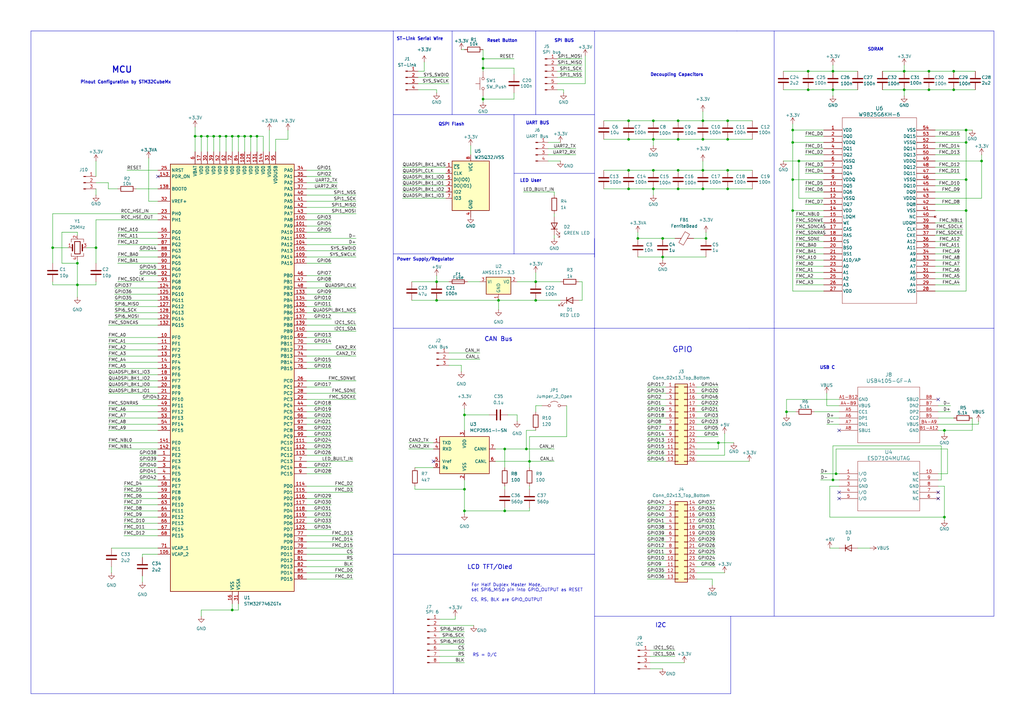
<source format=kicad_sch>
(kicad_sch (version 20231120) (generator "eeschema") (generator_version "8.0")
  (paper "A3")
  (title_block (title "Minimum System STM32F746ZG") (date "2024-12-20") (company "KCT Elektroteknik Unhas"))
  (lib_symbols
    (symbol "2024-11-24_11-20-41:W9825G6KH-6" (pin_names (offset 0.254))
      (property "Reference" "U" (at 22.86 10.16 0))
      (property "Value" "W9825G6KH-6" (at 22.86 7.62 0))
      (symbol "W9825G6KH-6_0_1"
        (pin power_in line (at 0 0 0) (length 7.62) (name "VDD") (number "1"))
        (pin bidirectional line (at 0 -22.86 0) (length 7.62) (name "DQ5") (number "10"))
        (pin bidirectional line (at 0 -25.4 0) (length 7.62) (name "DQ6") (number "11"))
        (pin power_out line (at 0 -27.94 0) (length 7.62) (name "VSSQ") (number "12"))
        (pin bidirectional line (at 0 -30.48 0) (length 7.62) (name "DQ7") (number "13"))
        (pin power_in line (at 0 -33.02 0) (length 7.62) (name "VDD") (number "14"))
        (pin unspecified line (at 0 -35.56 0) (length 7.62) (name "LDQM") (number "15"))
        (pin unspecified line (at 0 -38.1 0) (length 7.62) (name "WE") (number "16"))
        (pin unspecified line (at 0 -40.64 0) (length 7.62) (name "CAS") (number "17"))
        (pin unspecified line (at 0 -43.18 0) (length 7.62) (name "RAS") (number "18"))
        (pin unspecified line (at 0 -45.72 0) (length 7.62) (name "CS") (number "19"))
        (pin bidirectional line (at 0 -2.54 0) (length 7.62) (name "DQ0") (number "2"))
        (pin bidirectional line (at 0 -48.26 0) (length 7.62) (name "BS0") (number "20"))
        (pin bidirectional line (at 0 -50.8 0) (length 7.62) (name "BS1") (number "21"))
        (pin bidirectional line (at 0 -53.34 0) (length 7.62) (name "A10/AP") (number "22"))
        (pin bidirectional line (at 0 -55.88 0) (length 7.62) (name "A0") (number "23"))
        (pin bidirectional line (at 0 -58.42 0) (length 7.62) (name "A1") (number "24"))
        (pin bidirectional line (at 0 -60.96 0) (length 7.62) (name "A2") (number "25"))
        (pin bidirectional line (at 0 -63.5 0) (length 7.62) (name "A3") (number "26"))
        (pin power_in line (at 0 -66.04 0) (length 7.62) (name "VDD") (number "27"))
        (pin power_out line (at 45.72 -66.04 180) (length 7.62) (name "VSS") (number "28"))
        (pin bidirectional line (at 45.72 -63.5 180) (length 7.62) (name "A4") (number "29"))
        (pin power_in line (at 0 -5.08 0) (length 7.62) (name "VDDQ") (number "3"))
        (pin bidirectional line (at 45.72 -60.96 180) (length 7.62) (name "A5") (number "30"))
        (pin bidirectional line (at 45.72 -58.42 180) (length 7.62) (name "A6") (number "31"))
        (pin bidirectional line (at 45.72 -55.88 180) (length 7.62) (name "A7") (number "32"))
        (pin bidirectional line (at 45.72 -53.34 180) (length 7.62) (name "A8") (number "33"))
        (pin bidirectional line (at 45.72 -50.8 180) (length 7.62) (name "A9") (number "34"))
        (pin bidirectional line (at 45.72 -48.26 180) (length 7.62) (name "A11") (number "35"))
        (pin bidirectional line (at 45.72 -45.72 180) (length 7.62) (name "A12") (number "36"))
        (pin unspecified line (at 45.72 -43.18 180) (length 7.62) (name "CKE") (number "37"))
        (pin unspecified line (at 45.72 -40.64 180) (length 7.62) (name "CLK") (number "38"))
        (pin unspecified line (at 45.72 -38.1 180) (length 7.62) (name "UDQM") (number "39"))
        (pin bidirectional line (at 0 -7.62 0) (length 7.62) (name "DQ1") (number "4"))
        (pin no_connect line (at 45.72 -35.56 180) (length 7.62) (name "NC") (number "40"))
        (pin power_out line (at 45.72 -33.02 180) (length 7.62) (name "VSS") (number "41"))
        (pin bidirectional line (at 45.72 -30.48 180) (length 7.62) (name "DQ8") (number "42"))
        (pin power_in line (at 45.72 -27.94 180) (length 7.62) (name "VDDQ") (number "43"))
        (pin bidirectional line (at 45.72 -25.4 180) (length 7.62) (name "DQ9") (number "44"))
        (pin bidirectional line (at 45.72 -22.86 180) (length 7.62) (name "DQ10") (number "45"))
        (pin power_out line (at 45.72 -20.32 180) (length 7.62) (name "VSSQ") (number "46"))
        (pin bidirectional line (at 45.72 -17.78 180) (length 7.62) (name "DQ11") (number "47"))
        (pin bidirectional line (at 45.72 -15.24 180) (length 7.62) (name "DQ12") (number "48"))
        (pin power_in line (at 45.72 -12.7 180) (length 7.62) (name "VDDQ") (number "49"))
        (pin bidirectional line (at 0 -10.16 0) (length 7.62) (name "DQ2") (number "5"))
        (pin bidirectional line (at 45.72 -10.16 180) (length 7.62) (name "DQ13") (number "50"))
        (pin bidirectional line (at 45.72 -7.62 180) (length 7.62) (name "DQ14") (number "51"))
        (pin power_out line (at 45.72 -5.08 180) (length 7.62) (name "VSSQ") (number "52"))
        (pin bidirectional line (at 45.72 -2.54 180) (length 7.62) (name "DQ15") (number "53"))
        (pin power_out line (at 45.72 0 180) (length 7.62) (name "VSS") (number "54"))
        (pin power_out line (at 0 -12.7 0) (length 7.62) (name "VSSQ") (number "6"))
        (pin bidirectional line (at 0 -15.24 0) (length 7.62) (name "DQ3") (number "7"))
        (pin bidirectional line (at 0 -17.78 0) (length 7.62) (name "DQ4") (number "8"))
        (pin power_in line (at 0 -20.32 0) (length 7.62) (name "VDDQ") (number "9"))
      )
    )
    (symbol "2024-11-24_12-01-38:ESD7104MUTAG" (pin_names (offset 0.254))
      (property "Reference" "U4" (at 20.32 8.89 0))
      (property "Value" "ESD7104MUTAG" (at 20.32 6.35 0))
      (symbol "ESD7104MUTAG_0_1"
        (pin bidirectional line (at 0 0 0) (length 7.62) (name "I/O") (number "1"))
        (pin bidirectional line (at 40.64 0 180) (length 7.62) (name "NC") (number "10"))
        (pin bidirectional line (at 0 -2.54 0) (length 7.62) (name "I/O") (number "2"))
        (pin power_out line (at 0 -5.08 0) (length 7.62) (name "GND") (number "3"))
        (pin bidirectional line (at 0 -7.62 0) (length 7.62) (name "I/O") (number "4"))
        (pin bidirectional line (at 0 -10.16 0) (length 7.62) (name "I/O") (number "5"))
        (pin no_connect line (at 40.64 -10.16 180) (length 7.62) (name "NC") (number "6"))
        (pin no_connect line (at 40.64 -7.62 180) (length 7.62) (name "NC") (number "7"))
        (pin power_out line (at 40.64 -5.08 180) (length 7.62) (name "GND") (number "8"))
        (pin bidirectional line (at 40.64 -2.54 180) (length 7.62) (name "NC") (number "9"))
      )
    )
    (symbol "2024-11-24_12-20-45:USB4105-GF-A" (pin_names (offset 0.254))
      (property "Reference" "J" (at 20.32 10.16 0))
      (property "Value" "USB4105-GF-A" (at 20.32 7.62 0))
      (symbol "USB4105-GF-A_0_1"
        (pin power_out line (at 0 0 0) (length 7.62) (name "GND") (number "A1-B12"))
        (pin power_in line (at 0 -2.54 0) (length 7.62) (name "VBUS") (number "A4-B9"))
        (pin bidirectional line (at 0 -5.08 0) (length 7.62) (name "CC1") (number "A5"))
        (pin bidirectional line (at 0 -7.62 0) (length 7.62) (name "DP1") (number "A6"))
        (pin bidirectional line (at 0 -10.16 0) (length 7.62) (name "DN1") (number "A7"))
        (pin bidirectional line (at 0 -12.7 0) (length 7.62) (name "SBU1") (number "A8"))
        (pin power_out line (at 40.64 -12.7 180) (length 7.62) (name "GND") (number "B1-A12"))
        (pin power_in line (at 40.64 -10.16 180) (length 7.62) (name "VBUS") (number "B4-A9"))
        (pin bidirectional line (at 40.64 -7.62 180) (length 7.62) (name "CC2") (number "B5"))
        (pin bidirectional line (at 40.64 -5.08 180) (length 7.62) (name "DP2") (number "B6"))
        (pin bidirectional line (at 40.64 -2.54 180) (length 7.62) (name "DN2") (number "B7"))
        (pin bidirectional line (at 40.64 0 180) (length 7.62) (name "SBU2") (number "B8"))
      )
    )
    (symbol "Connector:Conn_01x03_Pin" (pin_names (offset 1.016) hide)
      (property "Reference" "J" (at 0 5.08 0))
      (property "Value" "Conn_01x03_Pin" (at 0 -5.08 0))
      (symbol "Conn_01x03_Pin_1_1"
        (pin passive line (at 5.08 2.54 180) (length 3.81) (name "Pin_1") (number "1"))
        (pin passive line (at 5.08 0 180) (length 3.81) (name "Pin_2") (number "2"))
        (pin passive line (at 5.08 -2.54 180) (length 3.81) (name "Pin_3") (number "3"))
      )
    )
    (symbol "Connector:Conn_01x04_Pin" (pin_names (offset 1.016) hide)
      (property "Reference" "J" (at 0 5.08 0))
      (property "Value" "Conn_01x04_Pin" (at 0 -7.62 0))
      (symbol "Conn_01x04_Pin_1_1"
        (pin passive line (at 5.08 2.54 180) (length 3.81) (name "Pin_1") (number "1"))
        (pin passive line (at 5.08 0 180) (length 3.81) (name "Pin_2") (number "2"))
        (pin passive line (at 5.08 -2.54 180) (length 3.81) (name "Pin_3") (number "3"))
        (pin passive line (at 5.08 -5.08 180) (length 3.81) (name "Pin_4") (number "4"))
      )
    )
    (symbol "Connector:Conn_01x06_Pin" (pin_names (offset 1.016) hide)
      (property "Reference" "J" (at 0 7.62 0))
      (property "Value" "Conn_01x06_Pin" (at 0 -10.16 0))
      (symbol "Conn_01x06_Pin_1_1"
        (pin passive line (at 5.08 5.08 180) (length 3.81) (name "Pin_1") (number "1"))
        (pin passive line (at 5.08 2.54 180) (length 3.81) (name "Pin_2") (number "2"))
        (pin passive line (at 5.08 0 180) (length 3.81) (name "Pin_3") (number "3"))
        (pin passive line (at 5.08 -2.54 180) (length 3.81) (name "Pin_4") (number "4"))
        (pin passive line (at 5.08 -5.08 180) (length 3.81) (name "Pin_5") (number "5"))
        (pin passive line (at 5.08 -7.62 180) (length 3.81) (name "Pin_6") (number "6"))
      )
    )
    (symbol "Connector:Conn_01x08_Pin" (pin_names (offset 1.016) hide)
      (property "Reference" "J" (at 0 10.16 0))
      (property "Value" "Conn_01x08_Pin" (at 0 -12.7 0))
      (symbol "Conn_01x08_Pin_1_1"
        (pin passive line (at 5.08 7.62 180) (length 3.81) (name "Pin_1") (number "1"))
        (pin passive line (at 5.08 5.08 180) (length 3.81) (name "Pin_2") (number "2"))
        (pin passive line (at 5.08 2.54 180) (length 3.81) (name "Pin_3") (number "3"))
        (pin passive line (at 5.08 0 180) (length 3.81) (name "Pin_4") (number "4"))
        (pin passive line (at 5.08 -2.54 180) (length 3.81) (name "Pin_5") (number "5"))
        (pin passive line (at 5.08 -5.08 180) (length 3.81) (name "Pin_6") (number "6"))
        (pin passive line (at 5.08 -7.62 180) (length 3.81) (name "Pin_7") (number "7"))
        (pin passive line (at 5.08 -10.16 180) (length 3.81) (name "Pin_8") (number "8"))
      )
    )
    (symbol "Connector_Generic:Conn_02x13_Top_Bottom" (pin_names (offset 1.016) hide)
      (property "Reference" "J" (at 1.27 17.78 0))
      (property "Value" "Conn_02x13_Top_Bottom" (at 1.27 -17.78 0))
      (symbol "Conn_02x13_Top_Bottom_1_1"
        (pin passive line (at -5.08 15.24 0) (length 3.81) (name "Pin_1") (number "1"))
        (pin passive line (at -5.08 -7.62 0) (length 3.81) (name "Pin_10") (number "10"))
        (pin passive line (at -5.08 -10.16 0) (length 3.81) (name "Pin_11") (number "11"))
        (pin passive line (at -5.08 -12.7 0) (length 3.81) (name "Pin_12") (number "12"))
        (pin passive line (at -5.08 -15.24 0) (length 3.81) (name "Pin_13") (number "13"))
        (pin passive line (at 7.62 15.24 180) (length 3.81) (name "Pin_14") (number "14"))
        (pin passive line (at 7.62 12.7 180) (length 3.81) (name "Pin_15") (number "15"))
        (pin passive line (at 7.62 10.16 180) (length 3.81) (name "Pin_16") (number "16"))
        (pin passive line (at 7.62 7.62 180) (length 3.81) (name "Pin_17") (number "17"))
        (pin passive line (at 7.62 5.08 180) (length 3.81) (name "Pin_18") (number "18"))
        (pin passive line (at 7.62 2.54 180) (length 3.81) (name "Pin_19") (number "19"))
        (pin passive line (at -5.08 12.7 0) (length 3.81) (name "Pin_2") (number "2"))
        (pin passive line (at 7.62 0 180) (length 3.81) (name "Pin_20") (number "20"))
        (pin passive line (at 7.62 -2.54 180) (length 3.81) (name "Pin_21") (number "21"))
        (pin passive line (at 7.62 -5.08 180) (length 3.81) (name "Pin_22") (number "22"))
        (pin passive line (at 7.62 -7.62 180) (length 3.81) (name "Pin_23") (number "23"))
        (pin passive line (at 7.62 -10.16 180) (length 3.81) (name "Pin_24") (number "24"))
        (pin passive line (at 7.62 -12.7 180) (length 3.81) (name "Pin_25") (number "25"))
        (pin passive line (at 7.62 -15.24 180) (length 3.81) (name "Pin_26") (number "26"))
        (pin passive line (at -5.08 10.16 0) (length 3.81) (name "Pin_3") (number "3"))
        (pin passive line (at -5.08 7.62 0) (length 3.81) (name "Pin_4") (number "4"))
        (pin passive line (at -5.08 5.08 0) (length 3.81) (name "Pin_5") (number "5"))
        (pin passive line (at -5.08 2.54 0) (length 3.81) (name "Pin_6") (number "6"))
        (pin passive line (at -5.08 0 0) (length 3.81) (name "Pin_7") (number "7"))
        (pin passive line (at -5.08 -2.54 0) (length 3.81) (name "Pin_8") (number "8"))
        (pin passive line (at -5.08 -5.08 0) (length 3.81) (name "Pin_9") (number "9"))
      )
    )
    (symbol "Device:C" (pin_numbers hide) (pin_names (offset 0.254))
      (property "Reference" "C" (at 0.635 2.54 0))
      (property "Value" "C" (at 0.635 -2.54 0))
      (symbol "C_1_1"
        (pin passive line (at 0 3.81 270) (length 2.794) (name "~") (number "1"))
        (pin passive line (at 0 -3.81 90) (length 2.794) (name "~") (number "2"))
      )
    )
    (symbol "Device:Crystal_GND24" (pin_names (offset 1.016) hide)
      (property "Reference" "Y" (at 3.175 5.08 0))
      (property "Value" "Crystal_GND24" (at 3.175 3.175 0))
      (symbol "Crystal_GND24_1_1"
        (pin passive line (at -3.81 0 0) (length 1.27) (name "1") (number "1"))
        (pin passive line (at 0 5.08 270) (length 1.27) (name "2") (number "2"))
        (pin passive line (at 3.81 0 180) (length 1.27) (name "3") (number "3"))
        (pin passive line (at 0 -5.08 90) (length 1.27) (name "4") (number "4"))
      )
    )
    (symbol "Device:D" (pin_numbers hide) (pin_names (offset 1.016) hide)
      (property "Reference" "D" (at 0 2.54 0))
      (property "Value" "D" (at 0 -2.54 0))
      (symbol "D_1_1"
        (pin passive line (at -3.81 0 0) (length 2.54) (name "K") (number "1"))
        (pin passive line (at 3.81 0 180) (length 2.54) (name "A") (number "2"))
      )
    )
    (symbol "Device:FerriteBead" (pin_numbers hide) (pin_names (offset 0))
      (property "Reference" "FB" (at -3.81 0.635 90))
      (property "Value" "FerriteBead" (at 3.81 0 90))
      (symbol "FerriteBead_1_1"
        (pin passive line (at 0 3.81 270) (length 2.54) (name "~") (number "1"))
        (pin passive line (at 0 -3.81 90) (length 2.54) (name "~") (number "2"))
      )
    )
    (symbol "Device:Fuse" (pin_numbers hide) (pin_names (offset 0))
      (property "Reference" "F" (at 2.032 0 90))
      (property "Value" "Fuse" (at -1.905 0 90))
      (symbol "Fuse_1_1"
        (pin passive line (at 0 3.81 270) (length 1.27) (name "~") (number "1"))
        (pin passive line (at 0 -3.81 90) (length 1.27) (name "~") (number "2"))
      )
    )
    (symbol "Device:LED" (pin_numbers hide) (pin_names (offset 1.016) hide)
      (property "Reference" "D" (at 0 2.54 0))
      (property "Value" "LED" (at 0 -2.54 0))
      (symbol "LED_1_1"
        (pin passive line (at -3.81 0 0) (length 2.54) (name "K") (number "1"))
        (pin passive line (at 3.81 0 180) (length 2.54) (name "A") (number "2"))
      )
    )
    (symbol "Device:R" (pin_numbers hide) (pin_names (offset 0))
      (property "Reference" "R" (at 2.032 0 90))
      (property "Value" "R" (at 0 0 90))
      (symbol "R_1_1"
        (pin passive line (at 0 3.81 270) (length 1.27) (name "~") (number "1"))
        (pin passive line (at 0 -3.81 90) (length 1.27) (name "~") (number "2"))
      )
    )
    (symbol "Interface_CAN_LIN:MCP2551-I-SN" (pin_names (offset 1.016))
      (property "Reference" "U" (at -10.16 8.89 0))
      (property "Value" "MCP2551-I-SN" (at 2.54 8.89 0))
      (symbol "MCP2551-I-SN_1_1"
        (pin input line (at -12.7 5.08 0) (length 2.54) (name "TXD") (number "1"))
        (pin power_in line (at 0 -10.16 90) (length 2.54) (name "VSS") (number "2"))
        (pin power_in line (at 0 10.16 270) (length 2.54) (name "VDD") (number "3"))
        (pin output line (at -12.7 2.54 0) (length 2.54) (name "RXD") (number "4"))
        (pin power_out line (at -12.7 -2.54 0) (length 2.54) (name "Vref") (number "5"))
        (pin bidirectional line (at 12.7 -2.54 180) (length 2.54) (name "CANL") (number "6"))
        (pin bidirectional line (at 12.7 2.54 180) (length 2.54) (name "CANH") (number "7"))
        (pin input line (at -12.7 -5.08 0) (length 2.54) (name "Rs") (number "8"))
      )
    )
    (symbol "Jumper:Jumper_2_Open" (pin_numbers hide) (pin_names (offset 0) hide) (exclude_from_sim yes)
      (property "Reference" "JP" (at 0 2.794 0))
      (property "Value" "Jumper_2_Open" (at 0 -2.286 0))
      (symbol "Jumper_2_Open_1_1"
        (pin passive line (at -5.08 0 0) (length 2.54) (name "A") (number "1"))
        (pin passive line (at 5.08 0 180) (length 2.54) (name "B") (number "2"))
      )
    )
    (symbol "MCU_ST_STM32F7:STM32F746ZGTx"
      (property "Reference" "U" (at -25.4 90.17 0))
      (property "Value" "STM32F746ZGTx" (at 20.32 90.17 0))
      (symbol "STM32F746ZGTx_1_1"
        (pin bidirectional line (at -30.48 -30.48 0) (length 5.08) (name "PE2") (number "1"))
        (pin bidirectional line (at -30.48 17.78 0) (length 5.08) (name "PF0") (number "10"))
        (pin bidirectional line (at 30.48 66.04 180) (length 5.08) (name "PA8") (number "100"))
        (pin bidirectional line (at 30.48 63.5 180) (length 5.08) (name "PA9") (number "101"))
        (pin bidirectional line (at 30.48 60.96 180) (length 5.08) (name "PA10") (number "102"))
        (pin bidirectional line (at 30.48 58.42 180) (length 5.08) (name "PA11") (number "103"))
        (pin bidirectional line (at 30.48 55.88 180) (length 5.08) (name "PA12") (number "104"))
        (pin bidirectional line (at 30.48 53.34 180) (length 5.08) (name "PA13") (number "105"))
        (pin power_out line (at -30.48 -71.12 0) (length 5.08) (name "VCAP_2") (number "106"))
        (pin passive line (at 0 -91.44 90) (length 5.08) hide (name "VSS") (number "107"))
        (pin power_in line (at 5.08 93.98 270) (length 5.08) (name "VDD") (number "108"))
        (pin bidirectional line (at 30.48 50.8 180) (length 5.08) (name "PA14") (number "109"))
        (pin bidirectional line (at -30.48 15.24 0) (length 5.08) (name "PF1") (number "11"))
        (pin bidirectional line (at 30.48 48.26 180) (length 5.08) (name "PA15") (number "110"))
        (pin bidirectional line (at 30.48 -25.4 180) (length 5.08) (name "PC10") (number "111"))
        (pin bidirectional line (at 30.48 -27.94 180) (length 5.08) (name "PC11") (number "112"))
        (pin bidirectional line (at 30.48 -30.48 180) (length 5.08) (name "PC12") (number "113"))
        (pin bidirectional line (at 30.48 -43.18 180) (length 5.08) (name "PD0") (number "114"))
        (pin bidirectional line (at 30.48 -45.72 180) (length 5.08) (name "PD1") (number "115"))
        (pin bidirectional line (at 30.48 -48.26 180) (length 5.08) (name "PD2") (number "116"))
        (pin bidirectional line (at 30.48 -50.8 180) (length 5.08) (name "PD3") (number "117"))
        (pin bidirectional line (at 30.48 -53.34 180) (length 5.08) (name "PD4") (number "118"))
        (pin bidirectional line (at 30.48 -55.88 180) (length 5.08) (name "PD5") (number "119"))
        (pin bidirectional line (at -30.48 12.7 0) (length 5.08) (name "PF2") (number "12"))
        (pin passive line (at 0 -91.44 90) (length 5.08) hide (name "VSS") (number "120"))
        (pin power_in line (at 7.62 93.98 270) (length 5.08) (name "VDD") (number "121"))
        (pin bidirectional line (at 30.48 -58.42 180) (length 5.08) (name "PD6") (number "122"))
        (pin bidirectional line (at 30.48 -60.96 180) (length 5.08) (name "PD7") (number "123"))
        (pin bidirectional line (at -30.48 38.1 0) (length 5.08) (name "PG9") (number "124"))
        (pin bidirectional line (at -30.48 35.56 0) (length 5.08) (name "PG10") (number "125"))
        (pin bidirectional line (at -30.48 33.02 0) (length 5.08) (name "PG11") (number "126"))
        (pin bidirectional line (at -30.48 30.48 0) (length 5.08) (name "PG12") (number "127"))
        (pin bidirectional line (at -30.48 27.94 0) (length 5.08) (name "PG13") (number "128"))
        (pin bidirectional line (at -30.48 25.4 0) (length 5.08) (name "PG14") (number "129"))
        (pin bidirectional line (at -30.48 10.16 0) (length 5.08) (name "PF3") (number "13"))
        (pin passive line (at 0 -91.44 90) (length 5.08) hide (name "VSS") (number "130"))
        (pin power_in line (at 10.16 93.98 270) (length 5.08) (name "VDD") (number "131"))
        (pin bidirectional line (at -30.48 22.86 0) (length 5.08) (name "PG15") (number "132"))
        (pin bidirectional line (at 30.48 35.56 180) (length 5.08) (name "PB3") (number "133"))
        (pin bidirectional line (at 30.48 33.02 180) (length 5.08) (name "PB4") (number "134"))
        (pin bidirectional line (at 30.48 30.48 180) (length 5.08) (name "PB5") (number "135"))
        (pin bidirectional line (at 30.48 27.94 180) (length 5.08) (name "PB6") (number "136"))
        (pin bidirectional line (at 30.48 25.4 180) (length 5.08) (name "PB7") (number "137"))
        (pin input line (at -30.48 78.74 0) (length 5.08) (name "BOOT0") (number "138"))
        (pin bidirectional line (at 30.48 22.86 180) (length 5.08) (name "PB8") (number "139"))
        (pin bidirectional line (at -30.48 7.62 0) (length 5.08) (name "PF4") (number "14"))
        (pin bidirectional line (at 30.48 20.32 180) (length 5.08) (name "PB9") (number "140"))
        (pin bidirectional line (at -30.48 -25.4 0) (length 5.08) (name "PE0") (number "141"))
        (pin bidirectional line (at -30.48 -27.94 0) (length 5.08) (name "PE1") (number "142"))
        (pin input line (at -30.48 83.82 0) (length 5.08) (name "PDR_ON") (number "143"))
        (pin power_in line (at 12.7 93.98 270) (length 5.08) (name "VDD") (number "144"))
        (pin bidirectional line (at -30.48 5.08 0) (length 5.08) (name "PF5") (number "15"))
        (pin power_in line (at 0 -91.44 90) (length 5.08) (name "VSS") (number "16"))
        (pin power_in line (at -12.7 93.98 270) (length 5.08) (name "VDD") (number "17"))
        (pin bidirectional line (at -30.48 2.54 0) (length 5.08) (name "PF6") (number "18"))
        (pin bidirectional line (at -30.48 0 0) (length 5.08) (name "PF7") (number "19"))
        (pin bidirectional line (at -30.48 -33.02 0) (length 5.08) (name "PE3") (number "2"))
        (pin bidirectional line (at -30.48 -2.54 0) (length 5.08) (name "PF8") (number "20"))
        (pin bidirectional line (at -30.48 -5.08 0) (length 5.08) (name "PF9") (number "21"))
        (pin bidirectional line (at -30.48 -7.62 0) (length 5.08) (name "PF10") (number "22"))
        (pin bidirectional line (at -30.48 68.58 0) (length 5.08) (name "PH0") (number "23"))
        (pin bidirectional line (at -30.48 66.04 0) (length 5.08) (name "PH1") (number "24"))
        (pin input line (at -30.48 86.36 0) (length 5.08) (name "NRST") (number "25"))
        (pin bidirectional line (at 30.48 0 180) (length 5.08) (name "PC0") (number "26"))
        (pin bidirectional line (at 30.48 -2.54 180) (length 5.08) (name "PC1") (number "27"))
        (pin bidirectional line (at 30.48 -5.08 180) (length 5.08) (name "PC2") (number "28"))
        (pin bidirectional line (at 30.48 -7.62 180) (length 5.08) (name "PC3") (number "29"))
        (pin bidirectional line (at -30.48 -35.56 0) (length 5.08) (name "PE4") (number "3"))
        (pin power_in line (at -10.16 93.98 270) (length 5.08) (name "VDD") (number "30"))
        (pin power_in line (at 2.54 -91.44 90) (length 5.08) (name "VSSA") (number "31"))
        (pin input line (at -30.48 73.66 0) (length 5.08) (name "VREF+") (number "32"))
        (pin power_in line (at 15.24 93.98 270) (length 5.08) (name "VDDA") (number "33"))
        (pin bidirectional line (at 30.48 86.36 180) (length 5.08) (name "PA0") (number "34"))
        (pin bidirectional line (at 30.48 83.82 180) (length 5.08) (name "PA1") (number "35"))
        (pin bidirectional line (at 30.48 81.28 180) (length 5.08) (name "PA2") (number "36"))
        (pin bidirectional line (at 30.48 78.74 180) (length 5.08) (name "PA3") (number "37"))
        (pin passive line (at 0 -91.44 90) (length 5.08) hide (name "VSS") (number "38"))
        (pin power_in line (at -7.62 93.98 270) (length 5.08) (name "VDD") (number "39"))
        (pin bidirectional line (at -30.48 -38.1 0) (length 5.08) (name "PE5") (number "4"))
        (pin bidirectional line (at 30.48 76.2 180) (length 5.08) (name "PA4") (number "40"))
        (pin bidirectional line (at 30.48 73.66 180) (length 5.08) (name "PA5") (number "41"))
        (pin bidirectional line (at 30.48 71.12 180) (length 5.08) (name "PA6") (number "42"))
        (pin bidirectional line (at 30.48 68.58 180) (length 5.08) (name "PA7") (number "43"))
        (pin bidirectional line (at 30.48 -10.16 180) (length 5.08) (name "PC4") (number "44"))
        (pin bidirectional line (at 30.48 -12.7 180) (length 5.08) (name "PC5") (number "45"))
        (pin bidirectional line (at 30.48 43.18 180) (length 5.08) (name "PB0") (number "46"))
        (pin bidirectional line (at 30.48 40.64 180) (length 5.08) (name "PB1") (number "47"))
        (pin bidirectional line (at 30.48 38.1 180) (length 5.08) (name "PB2") (number "48"))
        (pin bidirectional line (at -30.48 -10.16 0) (length 5.08) (name "PF11") (number "49"))
        (pin bidirectional line (at -30.48 -40.64 0) (length 5.08) (name "PE6") (number "5"))
        (pin bidirectional line (at -30.48 -12.7 0) (length 5.08) (name "PF12") (number "50"))
        (pin passive line (at 0 -91.44 90) (length 5.08) hide (name "VSS") (number "51"))
        (pin power_in line (at -5.08 93.98 270) (length 5.08) (name "VDD") (number "52"))
        (pin bidirectional line (at -30.48 -15.24 0) (length 5.08) (name "PF13") (number "53"))
        (pin bidirectional line (at -30.48 -17.78 0) (length 5.08) (name "PF14") (number "54"))
        (pin bidirectional line (at -30.48 -20.32 0) (length 5.08) (name "PF15") (number "55"))
        (pin bidirectional line (at -30.48 60.96 0) (length 5.08) (name "PG0") (number "56"))
        (pin bidirectional line (at -30.48 58.42 0) (length 5.08) (name "PG1") (number "57"))
        (pin bidirectional line (at -30.48 -43.18 0) (length 5.08) (name "PE7") (number "58"))
        (pin bidirectional line (at -30.48 -45.72 0) (length 5.08) (name "PE8") (number "59"))
        (pin power_in line (at -15.24 93.98 270) (length 5.08) (name "VBAT") (number "6"))
        (pin bidirectional line (at -30.48 -48.26 0) (length 5.08) (name "PE9") (number "60"))
        (pin passive line (at 0 -91.44 90) (length 5.08) hide (name "VSS") (number "61"))
        (pin power_in line (at -2.54 93.98 270) (length 5.08) (name "VDD") (number "62"))
        (pin bidirectional line (at -30.48 -50.8 0) (length 5.08) (name "PE10") (number "63"))
        (pin bidirectional line (at -30.48 -53.34 0) (length 5.08) (name "PE11") (number "64"))
        (pin bidirectional line (at -30.48 -55.88 0) (length 5.08) (name "PE12") (number "65"))
        (pin bidirectional line (at -30.48 -58.42 0) (length 5.08) (name "PE13") (number "66"))
        (pin bidirectional line (at -30.48 -60.96 0) (length 5.08) (name "PE14") (number "67"))
        (pin bidirectional line (at -30.48 -63.5 0) (length 5.08) (name "PE15") (number "68"))
        (pin bidirectional line (at 30.48 17.78 180) (length 5.08) (name "PB10") (number "69"))
        (pin bidirectional line (at 30.48 -33.02 180) (length 5.08) (name "PC13") (number "7"))
        (pin bidirectional line (at 30.48 15.24 180) (length 5.08) (name "PB11") (number "70"))
        (pin power_out line (at -30.48 -68.58 0) (length 5.08) (name "VCAP_1") (number "71"))
        (pin power_in line (at 0 93.98 270) (length 5.08) (name "VDD") (number "72"))
        (pin bidirectional line (at 30.48 12.7 180) (length 5.08) (name "PB12") (number "73"))
        (pin bidirectional line (at 30.48 10.16 180) (length 5.08) (name "PB13") (number "74"))
        (pin bidirectional line (at 30.48 7.62 180) (length 5.08) (name "PB14") (number "75"))
        (pin bidirectional line (at 30.48 5.08 180) (length 5.08) (name "PB15") (number "76"))
        (pin bidirectional line (at 30.48 -63.5 180) (length 5.08) (name "PD8") (number "77"))
        (pin bidirectional line (at 30.48 -66.04 180) (length 5.08) (name "PD9") (number "78"))
        (pin bidirectional line (at 30.48 -68.58 180) (length 5.08) (name "PD10") (number "79"))
        (pin bidirectional line (at 30.48 -35.56 180) (length 5.08) (name "PC14") (number "8"))
        (pin bidirectional line (at 30.48 -71.12 180) (length 5.08) (name "PD11") (number "80"))
        (pin bidirectional line (at 30.48 -73.66 180) (length 5.08) (name "PD12") (number "81"))
        (pin bidirectional line (at 30.48 -76.2 180) (length 5.08) (name "PD13") (number "82"))
        (pin passive line (at 0 -91.44 90) (length 5.08) hide (name "VSS") (number "83"))
        (pin power_in line (at 2.54 93.98 270) (length 5.08) (name "VDD") (number "84"))
        (pin bidirectional line (at 30.48 -78.74 180) (length 5.08) (name "PD14") (number "85"))
        (pin bidirectional line (at 30.48 -81.28 180) (length 5.08) (name "PD15") (number "86"))
        (pin bidirectional line (at -30.48 55.88 0) (length 5.08) (name "PG2") (number "87"))
        (pin bidirectional line (at -30.48 53.34 0) (length 5.08) (name "PG3") (number "88"))
        (pin bidirectional line (at -30.48 50.8 0) (length 5.08) (name "PG4") (number "89"))
        (pin bidirectional line (at 30.48 -38.1 180) (length 5.08) (name "PC15") (number "9"))
        (pin bidirectional line (at -30.48 48.26 0) (length 5.08) (name "PG5") (number "90"))
        (pin bidirectional line (at -30.48 45.72 0) (length 5.08) (name "PG6") (number "91"))
        (pin bidirectional line (at -30.48 43.18 0) (length 5.08) (name "PG7") (number "92"))
        (pin bidirectional line (at -30.48 40.64 0) (length 5.08) (name "PG8") (number "93"))
        (pin passive line (at 0 -91.44 90) (length 5.08) hide (name "VSS") (number "94"))
        (pin power_in line (at 17.78 93.98 270) (length 5.08) (name "VDDUSB") (number "95"))
        (pin bidirectional line (at 30.48 -15.24 180) (length 5.08) (name "PC6") (number "96"))
        (pin bidirectional line (at 30.48 -17.78 180) (length 5.08) (name "PC7") (number "97"))
        (pin bidirectional line (at 30.48 -20.32 180) (length 5.08) (name "PC8") (number "98"))
        (pin bidirectional line (at 30.48 -22.86 180) (length 5.08) (name "PC9") (number "99"))
      )
    )
    (symbol "Memory_Flash:W25Q32JVSS"
      (property "Reference" "U" (at -6.35 11.43 0))
      (property "Value" "W25Q32JVSS" (at 7.62 11.43 0))
      (symbol "W25Q32JVSS_1_1"
        (pin input line (at -10.16 7.62 0) (length 2.54) (name "~{CS}") (number "1"))
        (pin bidirectional line (at -10.16 0 0) (length 2.54) (name "DO(IO1)") (number "2"))
        (pin bidirectional line (at -10.16 -2.54 0) (length 2.54) (name "IO2") (number "3"))
        (pin power_in line (at 0 -12.7 90) (length 2.54) (name "GND") (number "4"))
        (pin bidirectional line (at -10.16 2.54 0) (length 2.54) (name "DI(IO0)") (number "5"))
        (pin input line (at -10.16 5.08 0) (length 2.54) (name "CLK") (number "6"))
        (pin bidirectional line (at -10.16 -5.08 0) (length 2.54) (name "IO3") (number "7"))
        (pin power_in line (at 0 12.7 270) (length 2.54) (name "VCC") (number "8"))
      )
    )
    (symbol "Regulator_Linear:AMS1117-3.3"
      (property "Reference" "U" (at -3.81 3.175 0))
      (property "Value" "AMS1117-3.3" (at 0 3.175 0))
      (symbol "AMS1117-3.3_1_1"
        (pin power_in line (at 0 -7.62 90) (length 2.54) (name "GND") (number "1"))
        (pin power_out line (at 7.62 0 180) (length 2.54) (name "VO") (number "2"))
        (pin power_in line (at -7.62 0 0) (length 2.54) (name "VI") (number "3"))
      )
    )
    (symbol "Switch:SW_Push" (pin_numbers hide) (pin_names (offset 1.016) hide)
      (property "Reference" "SW" (at 1.27 2.54 0))
      (property "Value" "SW_Push" (at 0 -1.524 0))
      (symbol "SW_Push_0_1"
        (pin passive line (at -5.08 0 0) (length 2.54) (name "1") (number "1"))
        (pin passive line (at 5.08 0 180) (length 2.54) (name "2") (number "2"))
      )
    )
    (symbol "power:+3.3V" (power) (pin_numbers hide) (pin_names (offset 0) hide)
      (property "Value" "+3.3V" (at 0 3.556 0))
      (symbol "+3.3V_1_1"
        (pin power_in line (at 0 0 90) (length 0) (name "~") (number "1"))
      )
    )
    (symbol "power:+3.3VA" (power) (pin_numbers hide) (pin_names (offset 0) hide)
      (property "Value" "+3.3VA" (at 0 3.556 0))
      (symbol "+3.3VA_1_1"
        (pin power_in line (at 0 0 90) (length 0) (name "~") (number "1"))
      )
    )
    (symbol "power:+5V" (power) (pin_numbers hide) (pin_names (offset 0) hide)
      (property "Value" "+5V" (at 0 3.556 0))
      (symbol "+5V_1_1"
        (pin power_in line (at 0 0 90) (length 0) (name "~") (number "1"))
      )
    )
    (symbol "power:GND" (power) (pin_numbers hide) (pin_names (offset 0) hide)
      (property "Value" "GND" (at 0 -3.81 0))
      (symbol "GND_1_1"
        (pin power_in line (at 0 0 270) (length 0) (name "~") (number "1"))
      )
    )
    (symbol "power:VBUS" (power) (pin_numbers hide) (pin_names (offset 0) hide)
      (property "Value" "VBUS" (at 0 3.556 0))
      (symbol "VBUS_1_1"
        (pin power_in line (at 0 0 90) (length 0) (name "~") (number "1"))
      )
    )
  )
  (junction (at 92.71 55.88))
  (junction (at 288.29 49.53))
  (junction (at 298.45 49.53))
  (junction (at 198.12 40.64))
  (junction (at 342.9 194.31))
  (junction (at 90.17 55.88))
  (junction (at 387.35 212.09))
  (junction (at 396.24 73.66))
  (junction (at 95.25 250.19))
  (junction (at 331.47 36.83))
  (junction (at 288.29 57.15))
  (junction (at 267.97 49.53))
  (junction (at 381 36.83))
  (junction (at 267.97 77.47))
  (junction (at 294.64 181.61))
  (junction (at 207.01 209.55))
  (junction (at 271.78 97.79))
  (junction (at 95.25 55.88))
  (junction (at 325.12 53.34))
  (junction (at 325.12 86.36))
  (junction (at 298.45 77.47))
  (junction (at 105.41 55.88))
  (junction (at 198.12 24.13))
  (junction (at 278.13 69.85))
  (junction (at 257.81 49.53))
  (junction (at 271.78 105.41))
  (junction (at 267.97 69.85))
  (junction (at 396.24 53.34))
  (junction (at 257.81 57.15))
  (junction (at 257.81 69.85))
  (junction (at 217.17 189.23))
  (junction (at 207.01 184.15))
  (junction (at 327.66 66.04))
  (junction (at 31.75 107.95))
  (junction (at 341.63 196.85))
  (junction (at 298.45 69.85))
  (junction (at 85.09 55.88))
  (junction (at 21.59 101.6))
  (junction (at 87.63 55.88))
  (junction (at 278.13 77.47))
  (junction (at 387.35 176.53))
  (junction (at 325.12 73.66))
  (junction (at 102.87 55.88))
  (junction (at 97.79 55.88))
  (junction (at 179.07 115.57))
  (junction (at 198.12 27.94))
  (junction (at 341.63 36.83))
  (junction (at 289.56 97.79))
  (junction (at 325.12 58.42))
  (junction (at 341.63 29.21))
  (junction (at 82.55 55.88))
  (junction (at 391.16 36.83))
  (junction (at 190.5 170.18))
  (junction (at 391.16 29.21))
  (junction (at 215.9 184.15))
  (junction (at 100.33 55.88))
  (junction (at 257.81 77.47))
  (junction (at 288.29 77.47))
  (junction (at 396.24 58.42))
  (junction (at 190.5 209.55))
  (junction (at 298.45 57.15))
  (junction (at 396.24 86.36))
  (junction (at 219.71 123.19))
  (junction (at 39.37 101.6))
  (junction (at 179.07 123.19))
  (junction (at 370.84 36.83))
  (junction (at 31.75 116.84))
  (junction (at 261.62 97.79))
  (junction (at 80.01 55.88))
  (junction (at 322.58 168.91))
  (junction (at 381 29.21))
  (junction (at 219.71 115.57))
  (junction (at 204.47 123.19))
  (junction (at 267.97 57.15))
  (junction (at 190.5 200.66))
  (junction (at 278.13 49.53))
  (junction (at 278.13 57.15))
  (junction (at 402.59 66.04))
  (junction (at 288.29 69.85))
  (junction (at 331.47 29.21))
  (junction (at 370.84 29.21))
  (no_connect (at 344.17 176.53))
  (no_connect (at 384.81 163.83))
  (no_connect (at 64.77 72.39))
  (no_connect (at 177.8 189.23))
  (no_connect (at 384.81 204.47))
  (no_connect (at 384.81 201.93))
  (no_connect (at 344.17 204.47))
  (no_connect (at 344.17 201.93))
  (wire (pts (xy 44.45 143.51) (xy 64.77 143.51)))
  (wire (pts (xy 265.43 217.17) (xy 273.05 217.17)))
  (wire (pts (xy 394.97 96.52) (xy 383.54 96.52)))
  (wire (pts (xy 325.12 58.42) (xy 337.82 58.42)))
  (wire (pts (xy 194.31 256.54) (xy 180.34 256.54)))
  (wire (pts (xy 144.78 227.33) (xy 125.73 227.33)))
  (wire (pts (xy 402.59 63.5) (xy 402.59 66.04)))
  (wire (pts (xy 57.15 191.77) (xy 64.77 191.77)))
  (wire (pts (xy 351.79 36.83) (xy 341.63 36.83)))
  (wire (pts (xy 293.37 227.33) (xy 285.75 227.33)))
  (wire (pts (xy 387.35 176.53) (xy 398.78 176.53)))
  (polyline (pts (xy 210.82 104.14) (xy 210.82 46.99)))
  (wire (pts (xy 278.13 69.85) (xy 288.29 69.85)))
  (wire (pts (xy 85.09 55.88) (xy 85.09 62.23)))
  (polyline (pts (xy 407.67 134.62) (xy 407.67 252.73)))
  (wire (pts (xy 293.37 217.17) (xy 285.75 217.17)))
  (wire (pts (xy 125.73 87.63) (xy 146.05 87.63)))
  (wire (pts (xy 217.17 189.23) (xy 217.17 191.77)))
  (wire (pts (xy 35.56 101.6) (xy 39.37 101.6)))
  (wire (pts (xy 210.82 30.48) (xy 210.82 27.94)))
  (wire (pts (xy 276.86 266.7) (xy 266.7 266.7)))
  (wire (pts (xy 325.12 86.36) (xy 325.12 73.66)))
  (wire (pts (xy 227.33 189.23) (xy 217.17 189.23)))
  (wire (pts (xy 179.07 113.03) (xy 179.07 115.57)))
  (wire (pts (xy 171.45 36.83) (xy 179.07 36.83)))
  (wire (pts (xy 393.7 63.5) (xy 383.54 63.5)))
  (wire (pts (xy 278.13 57.15) (xy 288.29 57.15)))
  (wire (pts (xy 57.15 113.03) (xy 64.77 113.03)))
  (wire (pts (xy 330.2 68.58) (xy 337.82 68.58)))
  (wire (pts (xy 190.5 261.62) (xy 180.34 261.62)))
  (wire (pts (xy 327.66 66.04) (xy 337.82 66.04)))
  (wire (pts (xy 146.05 161.29) (xy 125.73 161.29)))
  (polyline (pts (xy 407.67 12.7) (xy 302.26 12.7)))
  (wire (pts (xy 339.09 161.29) (xy 339.09 166.37)))
  (wire (pts (xy 383.54 73.66) (xy 396.24 73.66)))
  (wire (pts (xy 92.71 55.88) (xy 90.17 55.88)))
  (polyline (pts (xy 317.5 132.08) (xy 317.5 252.73)))
  (wire (pts (xy 110.49 53.34) (xy 110.49 62.23)))
  (wire (pts (xy 198.12 27.94) (xy 198.12 29.21)))
  (wire (pts (xy 237.49 123.19) (xy 238.76 123.19)))
  (polyline (pts (xy 161.29 12.7) (xy 161.29 284.48)))
  (wire (pts (xy 267.97 57.15) (xy 267.97 59.69)))
  (wire (pts (xy 21.59 101.6) (xy 21.59 107.95)))
  (wire (pts (xy 207.01 200.66) (xy 207.01 199.39)))
  (wire (pts (xy 168.91 123.19) (xy 179.07 123.19)))
  (wire (pts (xy 190.5 200.66) (xy 190.5 209.55)))
  (wire (pts (xy 135.89 120.65) (xy 125.73 120.65)))
  (wire (pts (xy 293.37 212.09) (xy 285.75 212.09)))
  (wire (pts (xy 190.5 264.16) (xy 180.34 264.16)))
  (wire (pts (xy 135.89 173.99) (xy 125.73 173.99)))
  (wire (pts (xy 44.45 146.05) (xy 64.77 146.05)))
  (wire (pts (xy 393.7 60.96) (xy 383.54 60.96)))
  (wire (pts (xy 58.42 236.22) (xy 58.42 238.76)))
  (wire (pts (xy 171.45 29.21) (xy 173.99 29.21)))
  (wire (pts (xy 135.89 181.61) (xy 125.73 181.61)))
  (wire (pts (xy 190.5 170.18) (xy 190.5 176.53)))
  (wire (pts (xy 58.42 163.83) (xy 64.77 163.83)))
  (wire (pts (xy 146.05 135.89) (xy 125.73 135.89)))
  (wire (pts (xy 48.26 107.95) (xy 64.77 107.95)))
  (wire (pts (xy 326.39 109.22) (xy 337.82 109.22)))
  (wire (pts (xy 370.84 36.83) (xy 370.84 39.37)))
  (wire (pts (xy 100.33 55.88) (xy 100.33 62.23)))
  (wire (pts (xy 387.35 212.09) (xy 387.35 213.36)))
  (wire (pts (xy 393.7 114.3) (xy 383.54 114.3)))
  (wire (pts (xy 387.35 212.09) (xy 387.35 199.39)))
  (wire (pts (xy 135.89 176.53) (xy 125.73 176.53)))
  (wire (pts (xy 44.45 171.45) (xy 64.77 171.45)))
  (wire (pts (xy 31.75 95.25) (xy 25.4 95.25)))
  (wire (pts (xy 326.39 93.98) (xy 337.82 93.98)))
  (wire (pts (xy 125.73 105.41) (xy 146.05 105.41)))
  (wire (pts (xy 44.45 173.99) (xy 64.77 173.99)))
  (wire (pts (xy 135.89 168.91) (xy 125.73 168.91)))
  (wire (pts (xy 80.01 55.88) (xy 82.55 55.88)))
  (wire (pts (xy 207.01 209.55) (xy 217.17 209.55)))
  (wire (pts (xy 383.54 81.28) (xy 402.59 81.28)))
  (wire (pts (xy 265.43 219.71) (xy 273.05 219.71)))
  (wire (pts (xy 231.14 36.83) (xy 231.14 38.1)))
  (wire (pts (xy 293.37 207.01) (xy 285.75 207.01)))
  (wire (pts (xy 45.72 224.79) (xy 64.77 224.79)))
  (wire (pts (xy 31.75 116.84) (xy 31.75 121.92)))
  (wire (pts (xy 190.5 167.64) (xy 190.5 170.18)))
  (wire (pts (xy 217.17 189.23) (xy 203.2 189.23)))
  (polyline (pts (xy 210.82 46.99) (xy 243.84 46.99)))
  (wire (pts (xy 267.97 77.47) (xy 278.13 77.47)))
  (wire (pts (xy 25.4 107.95) (xy 31.75 107.95)))
  (wire (pts (xy 146.05 156.21) (xy 125.73 156.21)))
  (wire (pts (xy 384.81 168.91) (xy 389.89 168.91)))
  (wire (pts (xy 48.26 105.41) (xy 64.77 105.41)))
  (wire (pts (xy 102.87 55.88) (xy 102.87 62.23)))
  (wire (pts (xy 330.2 71.12) (xy 337.82 71.12)))
  (wire (pts (xy 227.33 78.74) (xy 227.33 80.01)))
  (wire (pts (xy 46.99 120.65) (xy 64.77 120.65)))
  (wire (pts (xy 294.64 179.07) (xy 285.75 179.07)))
  (wire (pts (xy 341.63 196.85) (xy 344.17 196.85)))
  (wire (pts (xy 294.64 171.45) (xy 285.75 171.45)))
  (wire (pts (xy 297.18 186.69) (xy 297.18 177.8)))
  (wire (pts (xy 396.24 73.66) (xy 396.24 58.42)))
  (wire (pts (xy 326.39 101.6) (xy 337.82 101.6)))
  (wire (pts (xy 229.87 115.57) (xy 219.71 115.57)))
  (wire (pts (xy 27.94 101.6) (xy 21.59 101.6)))
  (wire (pts (xy 326.39 106.68) (xy 337.82 106.68)))
  (wire (pts (xy 401.32 172.72) (xy 401.32 173.99)))
  (wire (pts (xy 238.76 29.21) (xy 228.6 29.21)))
  (wire (pts (xy 300.99 181.61) (xy 294.64 181.61)))
  (wire (pts (xy 384.81 171.45) (xy 391.16 171.45)))
  (wire (pts (xy 135.89 90.17) (xy 125.73 90.17)))
  (wire (pts (xy 207.01 184.15) (xy 207.01 191.77)))
  (wire (pts (xy 198.12 40.64) (xy 198.12 39.37)))
  (wire (pts (xy 113.03 62.23) (xy 113.03 57.15)))
  (wire (pts (xy 247.65 57.15) (xy 257.81 57.15)))
  (wire (pts (xy 184.15 149.86) (xy 189.23 149.86)))
  (wire (pts (xy 370.84 26.67) (xy 370.84 29.21)))
  (wire (pts (xy 288.29 66.04) (xy 288.29 69.85)))
  (wire (pts (xy 265.43 234.95) (xy 273.05 234.95)))
  (wire (pts (xy 179.07 36.83) (xy 179.07 38.1)))
  (wire (pts (xy 31.75 116.84) (xy 39.37 116.84)))
  (wire (pts (xy 217.17 208.28) (xy 217.17 209.55)))
  (wire (pts (xy 210.82 40.64) (xy 198.12 40.64)))
  (wire (pts (xy 60.96 64.77) (xy 60.96 82.55)))
  (wire (pts (xy 50.8 219.71) (xy 64.77 219.71)))
  (wire (pts (xy 57.15 102.87) (xy 64.77 102.87)))
  (wire (pts (xy 184.15 144.78) (xy 196.85 144.78)))
  (wire (pts (xy 52.07 69.85) (xy 64.77 69.85)))
  (polyline (pts (xy 210.82 71.12) (xy 243.84 71.12)))
  (wire (pts (xy 39.37 116.84) (xy 39.37 115.57)))
  (wire (pts (xy 321.31 36.83) (xy 331.47 36.83)))
  (wire (pts (xy 326.39 88.9) (xy 337.82 88.9)))
  (wire (pts (xy 265.43 176.53) (xy 273.05 176.53)))
  (wire (pts (xy 341.63 26.67) (xy 341.63 29.21)))
  (wire (pts (xy 135.89 194.31) (xy 125.73 194.31)))
  (wire (pts (xy 46.99 118.11) (xy 64.77 118.11)))
  (wire (pts (xy 276.86 269.24) (xy 266.7 269.24)))
  (wire (pts (xy 387.35 199.39) (xy 384.81 199.39)))
  (wire (pts (xy 204.47 123.19) (xy 219.71 123.19)))
  (wire (pts (xy 179.07 115.57) (xy 184.15 115.57)))
  (wire (pts (xy 344.17 199.39) (xy 340.36 199.39)))
  (wire (pts (xy 44.45 156.21) (xy 64.77 156.21)))
  (wire (pts (xy 44.45 148.59) (xy 64.77 148.59)))
  (wire (pts (xy 198.12 41.91) (xy 198.12 40.64)))
  (wire (pts (xy 135.89 171.45) (xy 125.73 171.45)))
  (wire (pts (xy 383.54 119.38) (xy 396.24 119.38)))
  (wire (pts (xy 292.1 240.03) (xy 292.1 237.49)))
  (wire (pts (xy 396.24 119.38) (xy 396.24 86.36)))
  (wire (pts (xy 351.79 29.21) (xy 341.63 29.21)))
  (wire (pts (xy 326.39 168.91) (xy 322.58 168.91)))
  (wire (pts (xy 125.73 201.93) (xy 144.78 201.93)))
  (wire (pts (xy 50.8 214.63) (xy 64.77 214.63)))
  (wire (pts (xy 21.59 116.84) (xy 31.75 116.84)))
  (wire (pts (xy 212.09 115.57) (xy 219.71 115.57)))
  (wire (pts (xy 44.45 77.47) (xy 48.26 77.47)))
  (wire (pts (xy 189.23 20.32) (xy 190.5 20.32)))
  (wire (pts (xy 48.26 100.33) (xy 64.77 100.33)))
  (polyline (pts (xy 243.84 105.41) (xy 243.84 97.79)))
  (wire (pts (xy 57.15 189.23) (xy 64.77 189.23)))
  (wire (pts (xy 46.99 123.19) (xy 64.77 123.19)))
  (wire (pts (xy 265.43 171.45) (xy 273.05 171.45)))
  (wire (pts (xy 393.7 71.12) (xy 383.54 71.12)))
  (polyline (pts (xy 219.71 12.7) (xy 219.71 46.99)))
  (wire (pts (xy 171.45 34.29) (xy 184.15 34.29)))
  (wire (pts (xy 280.67 271.78) (xy 266.7 271.78)))
  (wire (pts (xy 271.78 97.79) (xy 276.86 97.79)))
  (wire (pts (xy 257.81 77.47) (xy 267.97 77.47)))
  (wire (pts (xy 165.1 68.58) (xy 182.88 68.58)))
  (wire (pts (xy 97.79 55.88) (xy 97.79 62.23)))
  (wire (pts (xy 391.16 36.83) (xy 400.05 36.83)))
  (wire (pts (xy 265.43 168.91) (xy 273.05 168.91)))
  (wire (pts (xy 307.34 189.23) (xy 285.75 189.23)))
  (wire (pts (xy 289.56 95.25) (xy 289.56 97.79)))
  (wire (pts (xy 198.12 24.13) (xy 210.82 24.13)))
  (wire (pts (xy 135.89 204.47) (xy 125.73 204.47)))
  (wire (pts (xy 388.62 184.15) (xy 388.62 194.31)))
  (wire (pts (xy 339.09 173.99) (xy 344.17 173.99)))
  (wire (pts (xy 293.37 209.55) (xy 285.75 209.55)))
  (wire (pts (xy 186.69 254) (xy 180.34 254)))
  (wire (pts (xy 227.33 87.63) (xy 227.33 88.9)))
  (wire (pts (xy 321.31 29.21) (xy 331.47 29.21)))
  (wire (pts (xy 384.81 166.37) (xy 389.89 166.37)))
  (wire (pts (xy 294.64 176.53) (xy 285.75 176.53)))
  (wire (pts (xy 361.95 36.83) (xy 370.84 36.83)))
  (wire (pts (xy 383.54 66.04) (xy 402.59 66.04)))
  (wire (pts (xy 298.45 57.15) (xy 308.61 57.15)))
  (wire (pts (xy 95.25 55.88) (xy 92.71 55.88)))
  (wire (pts (xy 214.63 78.74) (xy 227.33 78.74)))
  (wire (pts (xy 135.89 166.37) (xy 125.73 166.37)))
  (wire (pts (xy 331.47 29.21) (xy 341.63 29.21)))
  (wire (pts (xy 393.7 109.22) (xy 383.54 109.22)))
  (wire (pts (xy 48.26 115.57) (xy 64.77 115.57)))
  (wire (pts (xy 95.25 247.65) (xy 95.25 250.19)))
  (wire (pts (xy 135.89 151.13) (xy 125.73 151.13)))
  (wire (pts (xy 326.39 116.84) (xy 337.82 116.84)))
  (polyline (pts (xy 161.29 134.62) (xy 243.84 134.62)))
  (wire (pts (xy 170.18 199.39) (xy 170.18 200.66)))
  (wire (pts (xy 294.64 161.29) (xy 285.75 161.29)))
  (wire (pts (xy 190.5 196.85) (xy 190.5 200.66)))
  (wire (pts (xy 144.78 232.41) (xy 125.73 232.41)))
  (wire (pts (xy 82.55 250.19) (xy 95.25 250.19)))
  (wire (pts (xy 82.55 55.88) (xy 82.55 62.23)))
  (wire (pts (xy 118.11 57.15) (xy 118.11 53.34)))
  (wire (pts (xy 50.8 207.01) (xy 64.77 207.01)))
  (wire (pts (xy 265.43 232.41) (xy 273.05 232.41)))
  (wire (pts (xy 219.71 176.53) (xy 215.9 176.53)))
  (wire (pts (xy 298.45 49.53) (xy 308.61 49.53)))
  (wire (pts (xy 293.37 224.79) (xy 285.75 224.79)))
  (wire (pts (xy 381 29.21) (xy 391.16 29.21)))
  (wire (pts (xy 402.59 81.28) (xy 402.59 66.04)))
  (wire (pts (xy 293.37 219.71) (xy 285.75 219.71)))
  (wire (pts (xy 135.89 95.25) (xy 125.73 95.25)))
  (wire (pts (xy 107.95 55.88) (xy 107.95 62.23)))
  (wire (pts (xy 135.89 72.39) (xy 125.73 72.39)))
  (wire (pts (xy 87.63 55.88) (xy 85.09 55.88)))
  (wire (pts (xy 387.35 176.53) (xy 384.81 176.53)))
  (wire (pts (xy 144.78 222.25) (xy 125.73 222.25)))
  (wire (pts (xy 190.5 209.55) (xy 190.5 210.82)))
  (wire (pts (xy 50.8 217.17) (xy 64.77 217.17)))
  (wire (pts (xy 125.73 118.11) (xy 146.05 118.11)))
  (polyline (pts (xy 243.84 105.41) (xy 243.84 12.7)))
  (wire (pts (xy 326.39 104.14) (xy 337.82 104.14)))
  (wire (pts (xy 257.81 49.53) (xy 267.97 49.53)))
  (polyline (pts (xy 243.84 134.62) (xy 307.34 134.62)))
  (wire (pts (xy 288.29 69.85) (xy 298.45 69.85)))
  (wire (pts (xy 44.45 161.29) (xy 64.77 161.29)))
  (polyline (pts (xy 243.84 104.14) (xy 210.82 104.14)))
  (wire (pts (xy 184.15 147.32) (xy 196.85 147.32)))
  (wire (pts (xy 265.43 184.15) (xy 273.05 184.15)))
  (wire (pts (xy 44.45 184.15) (xy 64.77 184.15)))
  (wire (pts (xy 95.25 55.88) (xy 95.25 62.23)))
  (wire (pts (xy 57.15 196.85) (xy 64.77 196.85)))
  (wire (pts (xy 144.78 234.95) (xy 125.73 234.95)))
  (wire (pts (xy 340.36 224.79) (xy 344.17 224.79)))
  (wire (pts (xy 224.79 60.96) (xy 236.22 60.96)))
  (wire (pts (xy 125.73 115.57) (xy 135.89 115.57)))
  (polyline (pts (xy 161.29 12.7) (xy 200.66 12.7)))
  (wire (pts (xy 135.89 107.95) (xy 125.73 107.95)))
  (wire (pts (xy 44.45 176.53) (xy 64.77 176.53)))
  (wire (pts (xy 39.37 101.6) (xy 39.37 90.17)))
  (wire (pts (xy 232.41 179.07) (xy 232.41 166.37)))
  (wire (pts (xy 105.41 55.88) (xy 107.95 55.88)))
  (wire (pts (xy 135.89 212.09) (xy 125.73 212.09)))
  (wire (pts (xy 44.45 181.61) (xy 64.77 181.61)))
  (wire (pts (xy 326.39 114.3) (xy 337.82 114.3)))
  (wire (pts (xy 393.7 78.74) (xy 383.54 78.74)))
  (wire (pts (xy 227.33 184.15) (xy 215.9 184.15)))
  (wire (pts (xy 327.66 66.04) (xy 327.66 81.28)))
  (wire (pts (xy 293.37 232.41) (xy 285.75 232.41)))
  (wire (pts (xy 39.37 72.39) (xy 39.37 66.04)))
  (wire (pts (xy 97.79 250.19) (xy 97.79 247.65)))
  (wire (pts (xy 370.84 29.21) (xy 381 29.21)))
  (wire (pts (xy 325.12 53.34) (xy 325.12 58.42)))
  (wire (pts (xy 57.15 110.49) (xy 64.77 110.49)))
  (wire (pts (xy 238.76 24.13) (xy 228.6 24.13)))
  (wire (pts (xy 337.82 73.66) (xy 325.12 73.66)))
  (wire (pts (xy 265.43 158.75) (xy 273.05 158.75)))
  (wire (pts (xy 228.6 36.83) (xy 231.14 36.83)))
  (wire (pts (xy 46.99 128.27) (xy 64.77 128.27)))
  (wire (pts (xy 165.1 78.74) (xy 182.88 78.74)))
  (wire (pts (xy 105.41 55.88) (xy 105.41 62.23)))
  (wire (pts (xy 337.82 86.36) (xy 325.12 86.36)))
  (wire (pts (xy 44.45 166.37) (xy 64.77 166.37)))
  (wire (pts (xy 342.9 184.15) (xy 388.62 184.15)))
  (wire (pts (xy 48.26 97.79) (xy 64.77 97.79)))
  (wire (pts (xy 186.69 252.73) (xy 186.69 254)))
  (wire (pts (xy 265.43 227.33) (xy 273.05 227.33)))
  (wire (pts (xy 387.35 177.8) (xy 387.35 176.53)))
  (wire (pts (xy 113.03 57.15) (xy 118.11 57.15)))
  (wire (pts (xy 219.71 123.19) (xy 229.87 123.19)))
  (wire (pts (xy 322.58 163.83) (xy 344.17 163.83)))
  (wire (pts (xy 125.73 80.01) (xy 146.05 80.01)))
  (wire (pts (xy 342.9 194.31) (xy 342.9 184.15)))
  (wire (pts (xy 257.81 69.85) (xy 267.97 69.85)))
  (wire (pts (xy 266.7 274.32) (xy 271.78 274.32)))
  (wire (pts (xy 240.03 34.29) (xy 228.6 34.29)))
  (wire (pts (xy 135.89 123.19) (xy 125.73 123.19)))
  (wire (pts (xy 100.33 55.88) (xy 97.79 55.88)))
  (wire (pts (xy 339.09 171.45) (xy 344.17 171.45)))
  (wire (pts (xy 325.12 73.66) (xy 325.12 58.42)))
  (wire (pts (xy 125.73 158.75) (xy 135.89 158.75)))
  (wire (pts (xy 351.79 224.79) (xy 356.87 224.79)))
  (wire (pts (xy 336.55 194.31) (xy 342.9 194.31)))
  (wire (pts (xy 292.1 237.49) (xy 285.75 237.49)))
  (wire (pts (xy 265.43 161.29) (xy 273.05 161.29)))
  (polyline (pts (xy 161.29 46.99) (xy 210.82 46.99)))
  (wire (pts (xy 44.45 151.13) (xy 64.77 151.13)))
  (wire (pts (xy 285.75 158.75) (xy 294.64 158.75)))
  (polyline (pts (xy 161.29 104.14) (xy 210.82 104.14)))
  (wire (pts (xy 215.9 176.53) (xy 215.9 184.15)))
  (wire (pts (xy 334.01 168.91) (xy 344.17 168.91)))
  (wire (pts (xy 39.37 90.17) (xy 64.77 90.17)))
  (wire (pts (xy 190.5 259.08) (xy 180.34 259.08)))
  (wire (pts (xy 193.04 59.69) (xy 193.04 63.5)))
  (wire (pts (xy 341.63 196.85) (xy 341.63 182.88)))
  (wire (pts (xy 31.75 107.95) (xy 31.75 106.68)))
  (wire (pts (xy 21.59 115.57) (xy 21.59 116.84)))
  (wire (pts (xy 219.71 166.37) (xy 219.71 168.91)))
  (wire (pts (xy 57.15 186.69) (xy 64.77 186.69)))
  (wire (pts (xy 80.01 62.23) (xy 80.01 55.88)))
  (wire (pts (xy 383.54 53.34) (xy 396.24 53.34)))
  (polyline (pts (xy 299.72 252.73) (xy 299.72 284.48)))
  (wire (pts (xy 39.37 77.47) (xy 39.37 80.01)))
  (wire (pts (xy 212.09 172.72) (xy 212.09 170.18)))
  (wire (pts (xy 135.89 207.01) (xy 125.73 207.01)))
  (wire (pts (xy 85.09 55.88) (xy 82.55 55.88)))
  (wire (pts (xy 135.89 140.97) (xy 125.73 140.97)))
  (wire (pts (xy 125.73 97.79) (xy 146.05 97.79)))
  (wire (pts (xy 396.24 86.36) (xy 396.24 73.66)))
  (wire (pts (xy 393.7 116.84) (xy 383.54 116.84)))
  (wire (pts (xy 265.43 229.87) (xy 273.05 229.87)))
  (wire (pts (xy 238.76 31.75) (xy 228.6 31.75)))
  (wire (pts (xy 340.36 212.09) (xy 387.35 212.09)))
  (wire (pts (xy 383.54 86.36) (xy 396.24 86.36)))
  (polyline (pts (xy 302.26 12.7) (xy 200.66 12.7)))
  (wire (pts (xy 135.89 179.07) (xy 125.73 179.07)))
  (wire (pts (xy 265.43 181.61) (xy 273.05 181.61)))
  (wire (pts (xy 326.39 111.76) (xy 337.82 111.76)))
  (wire (pts (xy 125.73 85.09) (xy 146.05 85.09)))
  (wire (pts (xy 90.17 55.88) (xy 90.17 62.23)))
  (wire (pts (xy 135.89 69.85) (xy 125.73 69.85)))
  (polyline (pts (xy 299.72 252.73) (xy 407.67 252.73)))
  (wire (pts (xy 87.63 55.88) (xy 87.63 62.23)))
  (wire (pts (xy 190.5 209.55) (xy 207.01 209.55)))
  (wire (pts (xy 361.95 29.21) (xy 370.84 29.21)))
  (wire (pts (xy 386.08 196.85) (xy 384.81 196.85)))
  (wire (pts (xy 215.9 184.15) (xy 207.01 184.15)))
  (wire (pts (xy 393.7 68.58) (xy 383.54 68.58)))
  (wire (pts (xy 393.7 106.68) (xy 383.54 106.68)))
  (wire (pts (xy 247.65 49.53) (xy 257.81 49.53)))
  (wire (pts (xy 265.43 209.55) (xy 273.05 209.55)))
  (wire (pts (xy 55.88 77.47) (xy 64.77 77.47)))
  (wire (pts (xy 125.73 143.51) (xy 146.05 143.51)))
  (wire (pts (xy 179.07 123.19) (xy 204.47 123.19)))
  (wire (pts (xy 190.5 269.24) (xy 180.34 269.24)))
  (wire (pts (xy 340.36 199.39) (xy 340.36 212.09)))
  (wire (pts (xy 50.8 209.55) (xy 64.77 209.55)))
  (polyline (pts (xy 407.67 12.7) (xy 407.67 134.62)))
  (wire (pts (xy 219.71 111.76) (xy 219.71 115.57)))
  (polyline (pts (xy 12.7 12.7) (xy 161.29 12.7)))
  (wire (pts (xy 82.55 250.19) (xy 82.55 252.73)))
  (wire (pts (xy 173.99 29.21) (xy 173.99 25.4)))
  (wire (pts (xy 39.37 101.6) (xy 39.37 107.95)))
  (wire (pts (xy 58.42 227.33) (xy 58.42 228.6)))
  (wire (pts (xy 50.8 212.09) (xy 64.77 212.09)))
  (wire (pts (xy 135.89 148.59) (xy 125.73 148.59)))
  (wire (pts (xy 125.73 82.55) (xy 146.05 82.55)))
  (wire (pts (xy 326.39 96.52) (xy 337.82 96.52)))
  (polyline (pts (xy 185.42 12.7) (xy 185.42 46.99)))
  (wire (pts (xy 330.2 63.5) (xy 337.82 63.5)))
  (wire (pts (xy 135.89 214.63) (xy 125.73 214.63)))
  (wire (pts (xy 31.75 96.52) (xy 31.75 95.25)))
  (wire (pts (xy 190.5 266.7) (xy 180.34 266.7)))
  (wire (pts (xy 265.43 173.99) (xy 273.05 173.99)))
  (wire (pts (xy 298.45 69.85) (xy 308.61 69.85)))
  (wire (pts (xy 135.89 125.73) (xy 125.73 125.73)))
  (wire (pts (xy 294.64 163.83) (xy 285.75 163.83)))
  (wire (pts (xy 384.81 173.99) (xy 401.32 173.99)))
  (wire (pts (xy 265.43 212.09) (xy 273.05 212.09)))
  (wire (pts (xy 391.16 29.21) (xy 400.05 29.21)))
  (wire (pts (xy 44.45 133.35) (xy 64.77 133.35)))
  (wire (pts (xy 170.18 191.77) (xy 177.8 191.77)))
  (wire (pts (xy 265.43 237.49) (xy 273.05 237.49)))
  (wire (pts (xy 21.59 87.63) (xy 64.77 87.63)))
  (wire (pts (xy 396.24 53.34) (xy 398.78 53.34)))
  (wire (pts (xy 267.97 57.15) (xy 278.13 57.15)))
  (wire (pts (xy 393.7 99.06) (xy 383.54 99.06)))
  (wire (pts (xy 267.97 69.85) (xy 278.13 69.85)))
  (wire (pts (xy 265.43 186.69) (xy 273.05 186.69)))
  (wire (pts (xy 135.89 113.03) (xy 125.73 113.03)))
  (wire (pts (xy 298.45 77.47) (xy 308.61 77.47)))
  (wire (pts (xy 125.73 128.27) (xy 146.05 128.27)))
  (wire (pts (xy 342.9 194.31) (xy 344.17 194.31)))
  (polyline (pts (xy 161.29 284.48) (xy 299.72 284.48)))
  (wire (pts (xy 393.7 76.2) (xy 383.54 76.2)))
  (wire (pts (xy 326.39 99.06) (xy 337.82 99.06)))
  (wire (pts (xy 217.17 179.07) (xy 232.41 179.07)))
  (wire (pts (xy 393.7 104.14) (xy 383.54 104.14)))
  (wire (pts (xy 171.45 31.75) (xy 184.15 31.75)))
  (wire (pts (xy 383.54 58.42) (xy 396.24 58.42)))
  (wire (pts (xy 190.5 271.78) (xy 180.34 271.78)))
  (wire (pts (xy 46.99 125.73) (xy 64.77 125.73)))
  (wire (pts (xy 297.18 234.95) (xy 285.75 234.95)))
  (wire (pts (xy 31.75 107.95) (xy 31.75 116.84)))
  (wire (pts (xy 265.43 207.01) (xy 273.05 207.01)))
  (wire (pts (xy 285.75 184.15) (xy 294.64 184.15)))
  (polyline (pts (xy 161.29 227.33) (xy 243.84 227.33)))
  (wire (pts (xy 398.78 171.45) (xy 398.78 176.53)))
  (wire (pts (xy 267.97 49.53) (xy 278.13 49.53)))
  (wire (pts (xy 238.76 26.67) (xy 228.6 26.67)))
  (wire (pts (xy 135.89 217.17) (xy 125.73 217.17)))
  (wire (pts (xy 330.2 55.88) (xy 337.82 55.88)))
  (wire (pts (xy 64.77 227.33) (xy 58.42 227.33)))
  (wire (pts (xy 125.73 146.05) (xy 146.05 146.05)))
  (polyline (pts (xy 243.84 134.62) (xy 243.84 284.48)))
  (wire (pts (xy 90.17 55.88) (xy 87.63 55.88)))
  (wire (pts (xy 102.87 55.88) (xy 105.41 55.88)))
  (wire (pts (xy 381 36.83) (xy 391.16 36.83)))
  (wire (pts (xy 39.37 74.93) (xy 44.45 74.93)))
  (wire (pts (xy 25.4 95.25) (xy 25.4 107.95)))
  (wire (pts (xy 144.78 237.49) (xy 125.73 237.49)))
  (wire (pts (xy 167.64 181.61) (xy 177.8 181.61)))
  (wire (pts (xy 207.01 184.15) (xy 203.2 184.15)))
  (wire (pts (xy 207.01 208.28) (xy 207.01 209.55)))
  (wire (pts (xy 267.97 77.47) (xy 267.97 80.01)))
  (polyline (pts (xy 12.7 284.48) (xy 12.7 12.7)))
  (wire (pts (xy 92.71 55.88) (xy 92.71 62.23)))
  (wire (pts (xy 189.23 152.4) (xy 189.23 149.86)))
  (wire (pts (xy 265.43 179.07) (xy 273.05 179.07)))
  (wire (pts (xy 394.97 91.44) (xy 383.54 91.44)))
  (wire (pts (xy 44.45 168.91) (xy 64.77 168.91)))
  (wire (pts (xy 50.8 204.47) (xy 64.77 204.47)))
  (wire (pts (xy 341.63 39.37) (xy 341.63 36.83)))
  (wire (pts (xy 135.89 138.43) (xy 125.73 138.43)))
  (wire (pts (xy 238.76 115.57) (xy 238.76 123.19)))
  (wire (pts (xy 144.78 219.71) (xy 125.73 219.71)))
  (wire (pts (xy 271.78 105.41) (xy 289.56 105.41)))
  (wire (pts (xy 388.62 194.31) (xy 384.81 194.31)))
  (wire (pts (xy 125.73 102.87) (xy 146.05 102.87)))
  (wire (pts (xy 294.64 181.61) (xy 285.75 181.61)))
  (wire (pts (xy 224.79 63.5) (xy 236.22 63.5)))
  (wire (pts (xy 135.89 92.71) (xy 125.73 92.71)))
  (wire (pts (xy 165.1 71.12) (xy 182.88 71.12)))
  (wire (pts (xy 170.18 200.66) (xy 190.5 200.66)))
  (wire (pts (xy 212.09 170.18) (xy 208.28 170.18)))
  (polyline (pts (xy 243.84 252.73) (xy 299.72 252.73)))
  (wire (pts (xy 278.13 49.53) (xy 288.29 49.53)))
  (wire (pts (xy 46.99 130.81) (xy 64.77 130.81)))
  (wire (pts (xy 330.2 76.2) (xy 337.82 76.2)))
  (wire (pts (xy 288.29 57.15) (xy 298.45 57.15)))
  (wire (pts (xy 261.62 105.41) (xy 271.78 105.41)))
  (wire (pts (xy 100.33 55.88) (xy 102.87 55.88)))
  (wire (pts (xy 247.65 69.85) (xy 257.81 69.85)))
  (wire (pts (xy 57.15 194.31) (xy 64.77 194.31)))
  (wire (pts (xy 168.91 115.57) (xy 179.07 115.57)))
  (wire (pts (xy 327.66 81.28) (xy 337.82 81.28)))
  (wire (pts (xy 44.45 138.43) (xy 64.77 138.43)))
  (wire (pts (xy 330.2 60.96) (xy 337.82 60.96)))
  (wire (pts (xy 240.03 22.86) (xy 240.03 34.29)))
  (wire (pts (xy 144.78 229.87) (xy 125.73 229.87)))
  (wire (pts (xy 265.43 163.83) (xy 273.05 163.83)))
  (wire (pts (xy 125.73 189.23) (xy 144.78 189.23)))
  (wire (pts (xy 125.73 199.39) (xy 144.78 199.39)))
  (wire (pts (xy 393.7 55.88) (xy 383.54 55.88)))
  (wire (pts (xy 278.13 77.47) (xy 288.29 77.47)))
  (polyline (pts (xy 243.84 134.62) (xy 243.84 105.41)))
  (wire (pts (xy 198.12 24.13) (xy 198.12 27.94)))
  (wire (pts (xy 396.24 58.42) (xy 396.24 53.34)))
  (wire (pts (xy 370.84 36.83) (xy 381 36.83)))
  (wire (pts (xy 331.47 36.83) (xy 341.63 36.83)))
  (wire (pts (xy 222.25 166.37) (xy 219.71 166.37)))
  (wire (pts (xy 165.1 81.28) (xy 182.88 81.28)))
  (wire (pts (xy 394.97 93.98) (xy 383.54 93.98)))
  (wire (pts (xy 325.12 53.34) (xy 337.82 53.34)))
  (wire (pts (xy 393.7 83.82) (xy 383.54 83.82)))
  (wire (pts (xy 217.17 200.66) (xy 217.17 199.39)))
  (wire (pts (xy 44.45 153.67) (xy 64.77 153.67)))
  (wire (pts (xy 294.64 173.99) (xy 285.75 173.99)))
  (wire (pts (xy 321.31 66.04) (xy 327.66 66.04)))
  (wire (pts (xy 337.82 119.38) (xy 325.12 119.38)))
  (wire (pts (xy 198.12 20.32) (xy 198.12 24.13)))
  (wire (pts (xy 204.47 123.19) (xy 204.47 127)))
  (wire (pts (xy 322.58 163.83) (xy 322.58 168.91)))
  (wire (pts (xy 80.01 52.07) (xy 80.01 55.88)))
  (wire (pts (xy 210.82 38.1) (xy 210.82 40.64)))
  (wire (pts (xy 165.1 76.2) (xy 182.88 76.2)))
  (wire (pts (xy 125.73 100.33) (xy 146.05 100.33)))
  (wire (pts (xy 326.39 91.44) (xy 337.82 91.44)))
  (wire (pts (xy 261.62 95.25) (xy 261.62 97.79)))
  (wire (pts (xy 336.55 196.85) (xy 341.63 196.85)))
  (wire (pts (xy 294.64 184.15) (xy 294.64 181.61)))
  (wire (pts (xy 330.2 78.74) (xy 337.82 78.74)))
  (wire (pts (xy 190.5 170.18) (xy 200.66 170.18)))
  (wire (pts (xy 265.43 166.37) (xy 273.05 166.37)))
  (wire (pts (xy 386.08 182.88) (xy 386.08 196.85)))
  (wire (pts (xy 330.2 83.82) (xy 337.82 83.82)))
  (wire (pts (xy 217.17 189.23) (xy 217.17 179.07)))
  (wire (pts (xy 284.48 97.79) (xy 289.56 97.79)))
  (wire (pts (xy 138.43 77.47) (xy 125.73 77.47)))
  (wire (pts (xy 285.75 186.69) (xy 297.18 186.69)))
  (wire (pts (xy 261.62 97.79) (xy 271.78 97.79)))
  (wire (pts (xy 265.43 222.25) (xy 273.05 222.25)))
  (wire (pts (xy 44.45 74.93) (xy 44.45 77.47)))
  (wire (pts (xy 48.26 95.25) (xy 64.77 95.25)))
  (wire (pts (xy 229.87 58.42) (xy 224.79 58.42)))
  (wire (pts (xy 288.29 45.72) (xy 288.29 49.53)))
  (wire (pts (xy 146.05 163.83) (xy 125.73 163.83)))
  (wire (pts (xy 60.96 82.55) (xy 64.77 82.55)))
  (wire (pts (xy 135.89 186.69) (xy 125.73 186.69)))
  (wire (pts (xy 135.89 184.15) (xy 125.73 184.15)))
  (wire (pts (xy 135.89 191.77) (xy 125.73 191.77)))
  (wire (pts (xy 247.65 77.47) (xy 257.81 77.47)))
  (wire (pts (xy 288.29 49.53) (xy 298.45 49.53)))
  (wire (pts (xy 21.59 101.6) (xy 21.59 87.63)))
  (wire (pts (xy 393.7 111.76) (xy 383.54 111.76)))
  (wire (pts (xy 44.45 158.75) (xy 64.77 158.75)))
  (wire (pts (xy 325.12 119.38) (xy 325.12 86.36)))
  (wire (pts (xy 257.81 57.15) (xy 267.97 57.15)))
  (polyline (pts (xy 307.34 134.62) (xy 407.67 134.62)))
  (wire (pts (xy 293.37 222.25) (xy 285.75 222.25)))
  (wire (pts (xy 95.25 55.88) (xy 97.79 55.88)))
  (wire (pts (xy 44.45 140.97) (xy 64.77 140.97)))
  (polyline (pts (xy 317.5 132.08) (xy 317.5 12.7)))
  (wire (pts (xy 325.12 50.8) (xy 325.12 53.34)))
  (wire (pts (xy 135.89 130.81) (xy 125.73 130.81)))
  (wire (pts (xy 144.78 224.79) (xy 125.73 224.79)))
  (wire (pts (xy 135.89 209.55) (xy 125.73 209.55)))
  (wire (pts (xy 191.77 115.57) (xy 196.85 115.57)))
  (wire (pts (xy 341.63 182.88) (xy 386.08 182.88)))
  (polyline (pts (xy 161.29 284.48) (xy 12.7 284.48)))
  (wire (pts (xy 95.25 250.19) (xy 97.79 250.19)))
  (wire (pts (xy 265.43 224.79) (xy 273.05 224.79)))
  (wire (pts (xy 393.7 101.6) (xy 383.54 101.6)))
  (wire (pts (xy 339.09 166.37) (xy 344.17 166.37)))
  (wire (pts (xy 237.49 115.57) (xy 238.76 115.57)))
  (wire (pts (xy 271.78 105.41) (xy 271.78 106.68)))
  (wire (pts (xy 265.43 189.23) (xy 273.05 189.23)))
  (wire (pts (xy 224.79 66.04) (xy 229.87 66.04)))
  (wire (pts (xy 294.64 168.91) (xy 285.75 168.91)))
  (wire (pts (xy 293.37 214.63) (xy 285.75 214.63)))
  (wire (pts (xy 45.72 232.41) (xy 45.72 234.95)))
  (wire (pts (xy 227.33 96.52) (xy 227.33 97.79)))
  (wire (pts (xy 265.43 214.63) (xy 273.05 214.63)))
  (wire (pts (xy 138.43 74.93) (xy 125.73 74.93)))
  (wire (pts (xy 50.8 201.93) (xy 64.77 201.93)))
  (wire (pts (xy 288.29 77.47) (xy 298.45 77.47)))
  (wire (pts (xy 146.05 133.35) (xy 125.73 133.35)))
  (wire (pts (xy 50.8 199.39) (xy 64.77 199.39)))
  (wire (pts (xy 294.64 166.37) (xy 285.75 166.37)))
  (wire (pts (xy 293.37 229.87) (xy 285.75 229.87)))
  (wire (pts (xy 165.1 73.66) (xy 182.88 73.66)))
  (wire (pts (xy 210.82 27.94) (xy 198.12 27.94)))
  (wire (pts (xy 167.64 184.15) (xy 177.8 184.15)))
  (wire (pts (xy 322.58 168.91) (xy 322.58 170.18)))
  (text "Decoupling Capacitors" (at 277.622 30.734 0) (effects (font (size 1.27 1.27) (thickness 0.254) (bold yes))))
  (text "QSPI Flash" (at 185.166 51.054 0) (effects (font (size 1.27 1.27) (thickness 0.254) (bold yes))))
  (text "LED User" (at 217.678 74.168 0) (effects (font (size 1.27 1.27) (thickness 0.254) (bold yes))))
  (text "SDRAM\n" (at 359.156 20.32 0) (effects (font (size 1.27 1.27) (thickness 0.254) (bold yes))))
  (text "UART BUS" (at 220.472 50.546 0) (effects (font (size 1.27 1.27) (thickness 0.254) (bold yes))))
  (text "RS = D/C" (at 193.802 268.732 0) (effects (font (size 1.27 1.27)) (justify left)))
  (text "SPI BUS" (at 231.394 16.764 0) (effects (font (size 1.27 1.27) (thickness 0.254) (bold yes))))
  (text "USB C" (at 339.344 150.876 0) (effects (font (size 1.27 1.27) (thickness 0.254) (bold yes))))
  (text "CAN Bus\n" (at 204.47 139.192 0) (effects (font (size 1.778 1.778) (thickness 0.254) (bold yes))))
  (text "GPIO" (at 279.908 143.51 0) (effects (font (size 2.286 2.286) (thickness 0.254) (bold yes))))
  (text "Pinout Configuration by STM32CubeMx" (at 51.562 33.782 0) (effects (font (size 1.27 1.27) (thickness 0.254) (bold yes))))
  (text "For Half Duplex Master Mode,\nset SPI6_MISO pin into GPIO_OUTPUT as RESET" (at 193.294 241.046 0) (effects (font (size 1.27 1.27)) (justify left)))
  (text "CS, RS, BLK are GPIO_OUTPUT" (at 193.04 246.126 0) (effects (font (size 1.27 1.27)) (justify left)))
  (text "ST-Link Serial Wire" (at 172.212 16.002 0) (effects (font (size 1.27 1.27) (thickness 0.254) (bold yes))))
  (text "Power Supply/Regulator" (at 174.498 106.426 0) (effects (font (size 1.27 1.27) (thickness 0.254) (bold yes))))
  (text "I2C\n" (at 271.018 256.54 0) (effects (font (size 1.778 1.778) (thickness 0.254) (bold yes))))
  (text "Reset Button" (at 205.994 16.764 0) (effects (font (size 1.27 1.27) (thickness 0.254) (bold yes))))
  (text "LCD TFT/Oled\n" (at 200.914 232.664 0) (effects (font (size 1.778 1.778) (thickness 0.254) (bold yes))))
  (text "MCU\n" (at 50.038 28.702 0) (effects (font (size 2.54 2.54) (thickness 0.4064) (bold yes))))
  (label "GPIO4" (at 135.89 92.71 180))
  (label "GPIO32" (at 293.37 214.63 180))
  (label "UART2_TX" (at 138.43 74.93 180))
  (label "D-" (at 336.55 196.85 0))
  (label "SPI1_MISO" (at 146.05 85.09 180))
  (label "QUADSPI_BK1_NCS" (at 165.1 68.58 0))
  (label "D+" (at 146.05 100.33 180))
  (label "GPIO28" (at 135.89 194.31 180))
  (label "GPIO11" (at 135.89 125.73 180))
  (label "GPIO37" (at 46.99 118.11 0))
  (label "GPIO1" (at 265.43 166.37 0))
  (label "RESET" (at 52.07 69.85 0))
  (label "GPIO15" (at 265.43 184.15 0))
  (label "FMC_BA0" (at 326.39 101.6 0))
  (label "GPIO23" (at 294.64 173.99 180))
  (label "FMC_A3" (at 44.45 146.05 0))
  (label "FMC_A8" (at 393.7 106.68 180))
  (label "QUADSPI_BK1_IO1" (at 44.45 161.29 0))
  (label "CAN_H" (at 196.85 144.78 180))
  (label "FMC_D10" (at 393.7 76.2 180))
  (label "FMC_A4" (at 44.45 148.59 0))
  (label "CAN2_RX" (at 167.64 184.15 0))
  (label "FMC_A7" (at 44.45 171.45 0))
  (label "FMC_SDNCAS" (at 44.45 133.35 0))
  (label "GPIO24" (at 135.89 181.61 180))
  (label "QUADSPI_BK1_IO3" (at 165.1 81.28 0))
  (label "GPIO20" (at 294.64 161.29 180))
  (label "FMC_D8" (at 50.8 209.55 0))
  (label "FMC_SDNWE" (at 146.05 156.21 180))
  (label "D-" (at 146.05 97.79 180))
  (label "GPIO42" (at 265.43 207.01 0))
  (label "GPIO46" (at 57.15 113.03 0))
  (label "FMC_D6" (at 50.8 204.47 0))
  (label "FMC_D3" (at 144.78 201.93 180))
  (label "SPI1_SCK" (at 238.76 29.21 180))
  (label "SYS_SWDIO" (at 146.05 102.87 180))
  (label "GPIO30" (at 135.89 207.01 180))
  (label "GPIO3" (at 135.89 90.17 180))
  (label "GPIO31" (at 135.89 209.55 180))
  (label "FMC_NBL1" (at 394.97 91.44 180))
  (label "D+" (at 389.89 168.91 180))
  (label "GPIO39" (at 265.43 219.71 0))
  (label "SPI6_MISO" (at 190.5 264.16 180))
  (label "FMC_A11" (at 393.7 101.6 180))
  (label "FMC_A9" (at 393.7 104.14 180))
  (label "SPI1_MISO" (at 238.76 26.67 180))
  (label "FMC_D14" (at 144.78 222.25 180))
  (label "FMC_D12" (at 50.8 219.71 0))
  (label "GPIO44" (at 57.15 102.87 0))
  (label "GPIO16" (at 135.89 151.13 180))
  (label "FMC_SDNRAS" (at 44.45 166.37 0))
  (label "FMC_SDNCAS" (at 326.39 93.98 0))
  (label "GPIO4" (at 294.64 179.07 180))
  (label "GPIO9" (at 135.89 120.65 180))
  (label "FMC_A4" (at 393.7 116.84 180))
  (label "SPI1_MOSI" (at 146.05 87.63 180))
  (label "GPIO26" (at 135.89 186.69 180))
  (label "GPIO3" (at 294.64 171.45 180))
  (label "SPI1_NSS" (at 238.76 31.75 180))
  (label "GPIO20" (at 135.89 171.45 180))
  (label "FMC_A1" (at 326.39 111.76 0))
  (label "GPIO41" (at 57.15 194.31 0))
  (label "GPIO19" (at 135.89 168.91 180))
  (label "GPIO27" (at 265.43 209.55 0))
  (label "FMC_A0" (at 44.45 138.43 0))
  (label "FMC_D11" (at 393.7 71.12 180))
  (label "GPIO2" (at 265.43 163.83 0))
  (label "GPIO28" (at 265.43 222.25 0))
  (label "FMC_D11" (at 50.8 217.17 0))
  (label "GPIO33" (at 135.89 214.63 180))
  (label "GPIO14" (at 265.43 179.07 0))
  (label "GPIO25" (at 135.89 184.15 180))
  (label "CAN_L" (at 196.85 147.32 180))
  (label "RESET" (at 210.82 24.13 180))
  (label "CS" (at 190.5 266.7 180))
  (label "CAN_L" (at 227.33 189.23 180))
  (label "FMC_D12" (at 393.7 68.58 180))
  (label "SYS_SWDIO" (at 184.15 31.75 180))
  (label "FMC_A0" (at 326.39 109.22 0))
  (label "GPIO33" (at 293.37 212.09 180))
  (label "FMC_A1" (at 44.45 140.97 0))
  (label "GPIO38" (at 57.15 186.69 0))
  (label "GPIO13" (at 135.89 138.43 180))
  (label "FMC_A10" (at 48.26 95.25 0))
  (label "GPIO5" (at 294.64 176.53 180))
  (label "FMC_NBL0" (at 326.39 88.9 0))
  (label "GPIO46" (at 294.64 163.83 180))
  (label "FMC_BA1" (at 326.39 104.14 0))
  (label "CAN2_TX" (at 167.64 181.61 0))
  (label "GPIO23" (at 135.89 179.07 180))
  (label "RCC_HSE_IN" (at 49.53 87.63 0))
  (label "SYS_SWCLK" (at 184.15 34.29 180))
  (label "GPIO5" (at 135.89 95.25 180))
  (label "FMC_BA1" (at 48.26 107.95 0))
  (label "FMC_D15" (at 144.78 224.79 180))
  (label "QUADSPI_BK1_IO3" (at 44.45 153.67 0))
  (label "FMC_SDNWE" (at 326.39 91.44 0))
  (label "I2C1_SCL" (at 276.86 266.7 180))
  (label "GPIO31" (at 293.37 217.17 180))
  (label "I2C1_SDA" (at 146.05 135.89 180))
  (label "GPIO32" (at 135.89 212.09 180))
  (label "GPIO25" (at 293.37 227.33 180))
  (label "RS" (at 144.78 229.87 180))
  (label "GPIO8" (at 265.43 173.99 0))
  (label "UART2_RX" (at 236.22 63.5 180))
  (label "FMC_A12" (at 48.26 100.33 0))
  (label "GPIO10" (at 265.43 229.87 0))
  (label "FMC_BA0" (at 48.26 105.41 0))
  (label "SPI6_SCK" (at 190.5 261.62 180))
  (label "GPIO24" (at 293.37 229.87 180))
  (label "GPIO40" (at 57.15 191.77 0))
  (label "I2C1_SCL" (at 146.05 133.35 180))
  (label "GPIO21" (at 294.64 168.91 180))
  (label "SPI1_NSS" (at 146.05 80.01 180))
  (label "RCC_HSE_OUT" (at 49.53 90.17 0))
  (label "GPIO18" (at 265.43 171.45 0))
  (label "FMC_SDCLK" (at 394.97 93.98 180))
  (label "FMC_A7" (at 393.7 109.22 180))
  (label "GPIO27" (at 135.89 191.77 180))
  (label "FMC_SDNRAS" (at 326.39 96.52 0))
  (label "GPIO43" (at 265.43 161.29 0))
  (label "QUADSPI_BK1_IO2" (at 165.1 78.74 0))
  (label "FMC_A3" (at 326.39 116.84 0))
  (label "QUADSPI_CLK" (at 146.05 118.11 180))
  (label "GPIO6" (at 135.89 107.95 180))
  (label "D-" (at 389.89 166.37 180))
  (label "CAN2_RX" (at 146.05 143.51 180))
  (label "GPIO34" (at 293.37 209.55 180))
  (label "FMC_D8" (at 393.7 83.82 180))
  (label "FMC_D9" (at 393.7 78.74 180))
  (label "FMC_D14" (at 393.7 60.96 180))
  (label "GPIO22" (at 135.89 176.53 180))
  (label "GPIO30" (at 293.37 219.71 180))
  (label "QUADSPI_BK1_IO0" (at 44.45 158.75 0))
  (label "FMC_SDNE" (at 146.05 161.29 180))
  (label "GPIO36" (at 46.99 120.65 0))
  (label "FMC_A2" (at 326.39 114.3 0))
  (label "FMC_SDNE" (at 326.39 99.06 0))
  (label "FMC_D13" (at 393.7 63.5 180))
  (label "GPIO15" (at 135.89 148.59 180))
  (label "QUADSPI_CLK" (at 165.1 71.12 0))
  (label "QUADSPI_BK1_NCS" (at 146.05 128.27 180))
  (label "LED_BUILT_IN" (at 214.63 78.74 0))
  (label "GPIO34" (at 135.89 217.17 180))
  (label "GPIO43" (at 58.42 163.83 0))
  (label "FMC_A5" (at 393.7 114.3 180))
  (label "GPIO14" (at 135.89 140.97 180))
  (label "GPIO7" (at 265.43 176.53 0))
  (label "CAN2_TX" (at 146.05 146.05 180))
  (label "SPI1_MOSI" (at 238.76 24.13 180))
  (label "GPIO12" (at 265.43 224.79 0))
  (label "GPIO10" (at 135.89 123.19 180))
  (label "FMC_SDCLK" (at 48.26 115.57 0))
  (label "GPIO35" (at 46.99 123.19 0))
  (label "BLK" (at 190.5 271.78 180))
  (label "SYS_SWCLK" (at 146.05 105.41 180))
  (label "GPIO26" (at 293.37 224.79 180))
  (label "FMC_SDCKE" (at 146.05 163.83 180))
  (label "GPIO1" (at 135.89 69.85 180))
  (label "CAN_H" (at 227.33 184.15 180))
  (label "I2C1_SDA" (at 276.86 269.24 180))
  (label "FMC_D1" (at 144.78 237.49 180))
  (label "FMC_NBL1" (at 44.45 184.15 0))
  (label "UART2_RX" (at 138.43 77.47 180))
  (label "QUADSPI_BK1_IO1" (at 165.1 76.2 0))
  (label "GPIO17" (at 265.43 158.75 0))
  (label "FMC_A5" (at 44.45 151.13 0))
  (label "SPI6_MOSI" (at 190.5 259.08 180))
  (label "GPIO6" (at 293.37 232.41 180))
  (label "FMC_D10" (at 50.8 214.63 0))
  (label "FMC_NBL0" (at 44.45 181.61 0))
  (label "FMC_D4" (at 330.2 71.12 0))
  (label "GPIO36" (at 265.43 237.49 0))
  (label "LED_BUILT_IN" (at 144.78 189.23 180))
  (label "GPIO37" (at 293.37 207.01 180))
  (label "FMC_A9" (at 44.45 176.53 0))
  (label "FMC_D4" (at 50.8 199.39 0))
  (label "GPIO45" (at 265.43 189.23 0))
  (label "FMC_A8" (at 44.45 173.99 0))
  (label "FMC_D0" (at 144.78 234.95 180))
  (label "FMC_D2" (at 330.2 63.5 0))
  (label "SPI6_MOSI" (at 46.99 130.81 0))
  (label "GPIO44" (at 294.64 158.75 180))
  (label "RS" (at 190.5 269.24 180))
  (label "QUADSPI_BK1_IO0" (at 165.1 73.66 0))
  (label "SPI6_SCK" (at 46.99 128.27 0))
  (label "GPIO11" (at 265.43 227.33 0))
  (label "GPIO22" (at 294.64 166.37 180))
  (label "GPIO9" (at 265.43 232.41 0))
  (label "FMC_SDCKE" (at 394.97 96.52 180))
  (label "FMC_D1" (at 330.2 60.96 0))
  (label "FMC_D6" (at 330.2 78.74 0))
  (label "GPIO42" (at 57.15 196.85 0))
  (label "SPI6_MISO" (at 46.99 125.73 0))
  (label "GPIO18" (at 135.89 166.37 180))
  (label "FMC_A11" (at 48.26 97.79 0))
  (label "GPIO16" (at 265.43 186.69 0))
  (label "FMC_D0" (at 330.2 55.88 0))
  (label "D+" (at 336.55 194.31 0))
  (label "GPIO35" (at 265.43 234.95 0))
  (label "GPIO8" (at 135.89 115.57 180))
  (label "GPIO29" (at 293.37 222.25 180))
  (label "D+" (at 339.09 171.45 0))
  (label "GPIO7" (at 135.89 113.03 180))
  (label "FMC_D7" (at 330.2 83.82 0))
  (label "GPIO21" (at 135.89 173.99 180))
  (label "GPIO45" (at 57.15 110.49 0))
  (label "UART2_TX" (at 236.22 60.96 180))
  (label "FMC_A10" (at 326.39 106.68 0))
  (label "FMC_D15" (at 393.7 55.88 180))
  (label "GPIO38" (at 265.43 217.17 0))
  (label "GPIO19" (at 265.43 168.91 0))
  (label "FMC_D5" (at 50.8 201.93 0))
  (label "SPI1_SCK" (at 146.05 82.55 180))
  (label "GPIO12" (at 135.89 130.81 180))
  (label "FMC_D3" (at 330.2 68.58 0))
  (label "FMC_D7" (at 50.8 207.01 0))
  (label "GPIO17" (at 135.89 158.75 180))
  (label "FMC_D2" (at 144.78 199.39 180))
  (label "D-" (at 339.09 173.99 0))
  (label "FMC_A6" (at 44.45 168.91 0))
  (label "FMC_A12" (at 393.7 99.06 180))
  (label "BLK" (at 144.78 232.41 180))
  (label "CS" (at 144.78 227.33 180))
  (label "QUADSPI_BK1_IO2" (at 44.45 156.21 0))
  (label "FMC_D13" (at 144.78 219.71 180))
  (label "GPIO13" (at 265.43 181.61 0))
  (label "FMC_D9" (at 50.8 212.09 0))
  (label "GPIO2" (at 135.89 72.39 180))
  (label "FMC_D5" (at 330.2 76.2 0))
  (label "GPIO40" (at 265.43 212.09 0))
  (label "FMC_A2" (at 44.45 143.51 0))
  (label "GPIO29" (at 135.89 204.47 180))
  (label "GPIO39" (at 57.15 189.23 0))
  (label "GPIO41" (at 265.43 214.63 0))
  (label "FMC_A6" (at 393.7 111.76 180))
  (symbol (lib_id "Device:C") (at 257.81 73.66 0) (unit 1)
    (property "Reference" "C14" (at 261.112 72.39 0) (effects (justify left)))
    (property "Value" "100n" (at 260.35 74.676 0) (effects (justify left)))
    (property "Footprint" "Capacitor_SMD:C_0402_1005Metric" (effects (hide yes)))
    (property "Description" "Unpolarized capacitor" (effects (hide yes)))
  )
  (symbol (lib_id "Device:R") (at 52.07 77.47 90) (unit 1)
    (property "Reference" "R2" (at 53.467 73.279 90) (effects (justify left)))
    (property "Value" "10k" (at 53.975 75.311 90) (effects (justify left)))
    (property "Footprint" "Resistor_SMD:R_0402_1005Metric" (effects (hide yes)))
    (property "Description" "Resistor" (effects (hide yes)))
  )
  (symbol (lib_id "power:GND") (at 322.58 170.18 0) (unit 1)
    (property "Reference" "#PWR048" (effects (hide yes)))
    (property "Value" "GND" (at 322.58 173.99 0))
    (property "Description" "Power symbol creates a global label with name \"GND\" , ground" (effects (hide yes)))
  )
  (symbol (lib_id "power:GND") (at 190.5 210.82 0) (unit 1)
    (property "Reference" "#PWR025" (effects (hide yes)))
    (property "Value" "GND" (at 190.5 215.9 0))
    (property "Description" "Power symbol creates a global label with name \"GND\" , ground" (effects (hide yes)))
  )
  (symbol (lib_id "power:GND") (at 39.37 80.01 0) (unit 1)
    (property "Reference" "#PWR09" (effects (hide yes)))
    (property "Value" "GND" (at 39.37 83.566 0))
    (property "Description" "Power symbol creates a global label with name \"GND\" , ground" (effects (hide yes)))
  )
  (symbol (lib_id "Connector:Conn_01x03_Pin") (at 34.29 74.93 0) (unit 1)
    (property "Reference" "J10" (at 34.29 69.596 0))
    (property "Value" "Conn_01x03_Pin" (effects (hide yes)))
    (property "Footprint" "Connector_PinHeader_2.54mm:PinHeader_1x03_P2.54mm_Vertical" (effects (hide yes)))
    (property "Description" "Generic connector, single row, 01x03, script generated" (effects (hide yes)))
  )
  (symbol (lib_id "Device:R") (at 227.33 83.82 0) (unit 1)
    (property "Reference" "R4" (at 229.87 82.5499 0) (effects (justify left)))
    (property "Value" "1k" (at 229.87 85.0899 0) (effects (justify left)))
    (property "Footprint" "Resistor_SMD:R_0402_1005Metric" (effects (hide yes)))
    (property "Description" "Resistor" (effects (hide yes)))
  )
  (symbol (lib_id "power:+3.3V") (at 402.59 63.5 0) (unit 1)
    (property "Reference" "#PWR017" (effects (hide yes)))
    (property "Value" "+3.3V" (at 402.59 59.944 0))
    (property "Description" "Power symbol creates a global label with name \"+3.3V\"" (effects (hide yes)))
  )
  (symbol (lib_id "Device:LED") (at 227.33 92.71 90) (unit 1)
    (property "Reference" "D2" (at 231.14 93.0274 90) (effects (justify right)))
    (property "Value" "GREEN LED" (at 231.14 95.5674 90) (effects (justify right)))
    (property "Footprint" "LED_SMD:LED_0603_1608Metric" (effects (hide yes)))
    (property "Description" "Light emitting diode" (effects (hide yes)))
  )
  (symbol (lib_id "power:GND") (at 387.35 177.8 0) (unit 1)
    (property "Reference" "#PWR049" (effects (hide yes)))
    (property "Value" "GND" (at 387.35 181.61 0))
    (property "Description" "Power symbol creates a global label with name \"GND\" , ground" (effects (hide yes)))
  )
  (symbol (lib_id "power:+3.3V") (at 39.37 66.04 0) (unit 1)
    (property "Reference" "#PWR057" (effects (hide yes)))
    (property "Value" "+3.3V" (at 39.37 62.23 0))
    (property "Description" "Power symbol creates a global label with name \"+3.3V\"" (effects (hide yes)))
  )
  (symbol (lib_id "power:+3.3V") (at 280.67 271.78 0) (unit 1)
    (property "Reference" "#PWR026" (effects (hide yes)))
    (property "Value" "+3.3V" (at 280.67 268.224 0))
    (property "Description" "Power symbol creates a global label with name \"+3.3V\"" (effects (hide yes)))
  )
  (symbol (lib_id "power:GND") (at 321.31 66.04 0) (unit 1)
    (property "Reference" "#PWR019" (effects (hide yes)))
    (property "Value" "GND" (at 321.31 69.596 0))
    (property "Description" "Power symbol creates a global label with name \"GND\" , ground" (effects (hide yes)))
  )
  (symbol (lib_id "Device:C") (at 168.91 119.38 0) (unit 1)
    (property "Reference" "C23" (at 171.45 118.11 0) (effects (justify left)))
    (property "Value" "47u" (at 171.45 120.65 0) (effects (justify left)))
    (property "Footprint" "Capacitor_SMD:C_1206_3216Metric" (effects (hide yes)))
    (property "Description" "Unpolarized capacitor" (effects (hide yes)))
  )
  (symbol (lib_id "power:GND") (at 194.31 256.54 0) (unit 1)
    (property "Reference" "#PWR054" (effects (hide yes)))
    (property "Value" "GND" (at 197.612 258.572 0))
    (property "Description" "Power symbol creates a global label with name \"GND\" , ground" (effects (hide yes)))
  )
  (symbol (lib_id "power:+3.3V") (at 288.29 45.72 0) (unit 1)
    (property "Reference" "#PWR01" (effects (hide yes)))
    (property "Value" "+3.3V" (at 288.29 40.64 0))
    (property "Description" "Power symbol creates a global label with name \"+3.3V\"" (effects (hide yes)))
  )
  (symbol (lib_id "Device:C") (at 278.13 53.34 0) (unit 1)
    (property "Reference" "C9" (at 280.67 52.07 0) (effects (justify left)))
    (property "Value" "100n" (at 280.67 54.61 0) (effects (justify left)))
    (property "Footprint" "Capacitor_SMD:C_0402_1005Metric" (effects (hide yes)))
    (property "Description" "Unpolarized capacitor" (effects (hide yes)))
  )
  (symbol (lib_id "power:+3.3V") (at 173.99 25.4 0) (unit 1)
    (property "Reference" "#PWR022" (effects (hide yes)))
    (property "Value" "+3.3V" (at 173.99 20.32 0))
    (property "Description" "Power symbol creates a global label with name \"+3.3V\"" (effects (hide yes)))
  )
  (symbol (lib_id "Device:C") (at 204.47 170.18 90) (unit 1)
    (property "Reference" "C35" (at 204.47 162.56 90))
    (property "Value" "0.1u" (at 204.47 165.1 90))
    (property "Footprint" "Capacitor_SMD:C_0402_1005Metric" (effects (hide yes)))
    (property "Description" "Unpolarized capacitor" (effects (hide yes)))
  )
  (symbol (lib_id "power:+3.3V") (at 229.87 58.42 0) (unit 1)
    (property "Reference" "#PWR032" (effects (hide yes)))
    (property "Value" "+3.3V" (at 229.87 54.864 0))
    (property "Description" "Power symbol creates a global label with name \"+3.3V\"" (effects (hide yes)))
  )
  (symbol (lib_id "2024-11-24_11-20-41:W9825G6KH-6") (at 337.82 53.34 0) (unit 1)
    (property "Reference" "U6" (at 360.68 44.45 0) (effects (font (size 1.524 1.524))))
    (property "Value" "W9825G6KH-6" (at 360.68 46.99 0) (effects (font (size 1.524 1.524))))
    (property "Footprint" "footprints:SMT_5G6KH-6_WIN" (effects (hide yes)))
    (property "Datasheet" "W9825G6KH-6" (effects (hide yes)))
  )
  (symbol (lib_id "power:GND") (at 31.75 121.92 0) (unit 1)
    (property "Reference" "#PWR015" (effects (hide yes)))
    (property "Value" "GND" (at 31.75 127 0))
    (property "Description" "Power symbol creates a global label with name \"GND\" , ground" (effects (hide yes)))
  )
  (symbol (lib_id "Device:C") (at 351.79 33.02 180) (unit 1)
    (property "Reference" "C27" (at 354.076 31.75 0) (effects (justify right)))
    (property "Value" "100n" (at 354.076 34.29 0) (effects (justify right)))
    (property "Footprint" "Capacitor_SMD:C_0402_1005Metric" (effects (hide yes)))
    (property "Description" "Unpolarized capacitor" (effects (hide yes)))
  )
  (symbol (lib_id "Device:C") (at 247.65 53.34 0) (unit 1)
    (property "Reference" "C6" (at 250.952 52.07 0) (effects (justify left)))
    (property "Value" "10u" (at 250.19 54.356 0) (effects (justify left)))
    (property "Footprint" "Capacitor_SMD:C_0805_2012Metric" (effects (hide yes)))
    (property "Description" "Unpolarized capacitor" (effects (hide yes)))
  )
  (symbol (lib_id "Device:Fuse") (at 187.96 115.57 90) (unit 1)
    (property "Reference" "F1" (at 187.96 112.522 90))
    (property "Value" "Fuse" (at 187.96 113.792 90))
    (property "Footprint" "Fuse:Fuse_1206_3216Metric_Pad1.42x1.75mm_HandSolder" (effects (hide yes)))
    (property "Description" "Fuse" (effects (hide yes)))
  )
  (symbol (lib_id "power:+3.3V") (at 289.56 95.25 0) (unit 1)
    (property "Reference" "#PWR06" (effects (hide yes)))
    (property "Value" "+3.3V" (at 289.56 90.17 0))
    (property "Description" "Power symbol creates a global label with name \"+3.3V\"" (effects (hide yes)))
  )
  (symbol (lib_id "Device:R") (at 233.68 115.57 90) (unit 1)
    (property "Reference" "R3" (at 233.68 110.744 90))
    (property "Value" "1k" (at 233.68 113.284 90))
    (property "Footprint" "Resistor_SMD:R_0402_1005Metric" (effects (hide yes)))
    (property "Description" "Resistor" (effects (hide yes)))
  )
  (symbol (lib_id "power:GND") (at 341.63 39.37 0) (unit 1)
    (property "Reference" "#PWR034" (effects (hide yes)))
    (property "Value" "GND" (at 341.63 43.18 0))
    (property "Description" "Power symbol creates a global label with name \"GND\" , ground" (effects (hide yes)))
  )
  (symbol (lib_id "Device:C") (at 288.29 73.66 0) (unit 1)
    (property "Reference" "C17" (at 291.592 72.39 0) (effects (justify left)))
    (property "Value" "100n" (at 290.83 74.676 0) (effects (justify left)))
    (property "Footprint" "Capacitor_SMD:C_0402_1005Metric" (effects (hide yes)))
    (property "Description" "Unpolarized capacitor" (effects (hide yes)))
  )
  (symbol (lib_id "Device:C") (at 179.07 119.38 0) (unit 1)
    (property "Reference" "C21" (at 182.88 118.1099 0) (effects (justify left)))
    (property "Value" "100n" (at 182.626 120.396 0) (effects (justify left)))
    (property "Footprint" "Capacitor_SMD:C_0402_1005Metric" (effects (hide yes)))
    (property "Description" "Unpolarized capacitor" (effects (hide yes)))
  )
  (symbol (lib_id "power:+5V") (at 179.07 113.03 0) (unit 1)
    (property "Reference" "#PWR053" (effects (hide yes)))
    (property "Value" "+5V" (at 179.07 109.474 0))
    (property "Description" "Power symbol creates a global label with name \"+5V\"" (effects (hide yes)))
  )
  (symbol (lib_id "Device:C") (at 39.37 111.76 0) (unit 1)
    (property "Reference" "C2" (at 41.91 110.49 0) (effects (justify left)))
    (property "Value" "10p" (at 41.91 113.03 0) (effects (justify left)))
    (property "Footprint" "Capacitor_SMD:C_0402_1005Metric" (effects (hide yes)))
    (property "Description" "Unpolarized capacitor" (effects (hide yes)))
  )
  (symbol (lib_id "Connector_Generic:Conn_02x13_Top_Bottom") (at 278.13 222.25 0) (unit 1)
    (property "Reference" "J4" (at 279.4 200.66 0))
    (property "Value" "Conn_02x13_Top_Bottom" (at 279.4 203.2 0))
    (property "Footprint" "Connector_PinHeader_2.54mm:PinHeader_2x13_P2.54mm_Vertical" (effects (hide yes)))
    (property "Description" "Generic connector, double row, 02x13, top/bottom pin numbering scheme (row 1: 1...pins_per_row, row2: pins_per_row+1 ... num_pins), script generated (kicad-library-utils/schlib/autogen/connector/)" (effects (hide yes)))
  )
  (symbol (lib_id "Device:C") (at 21.59 111.76 0) (unit 1)
    (property "Reference" "C1" (at 24.384 110.49 0) (effects (justify left)))
    (property "Value" "10p" (at 24.384 113.03 0) (effects (justify left)))
    (property "Footprint" "Capacitor_SMD:C_0402_1005Metric" (effects (hide yes)))
    (property "Description" "Unpolarized capacitor" (effects (hide yes)))
  )
  (symbol (lib_id "Regulator_Linear:AMS1117-3.3") (at 204.47 115.57 0) (unit 1)
    (property "Reference" "U2" (at 204.47 109.22 0))
    (property "Value" "AMS1117-3.3" (at 204.47 111.76 0))
    (property "Footprint" "Package_TO_SOT_SMD:SOT-223-3_TabPin2" (effects (hide yes)))
    (property "Datasheet" "http://www.advanced-monolithic.com/pdf/ds1117.pdf" (effects (hide yes)))
    (property "Description" "1A Low Dropout regulator, positive, 3.3V fixed output, SOT-223" (effects (hide yes)))
  )
  (symbol (lib_id "power:+3.3V") (at 297.18 234.95 0) (unit 1)
    (property "Reference" "#PWR043" (effects (hide yes)))
    (property "Value" "+3.3V" (at 297.18 231.394 0))
    (property "Description" "Power symbol creates a global label with name \"+3.3V\"" (effects (hide yes)))
  )
  (symbol (lib_id "Connector:Conn_01x04_Pin") (at 219.71 60.96 0) (unit 1)
    (property "Reference" "J6" (at 220.345 53.34 0))
    (property "Value" "UART Bus" (at 220.345 55.88 0))
    (property "Footprint" "Connector_JST:JST_EH_B4B-EH-A_1x04_P2.50mm_Vertical" (effects (hide yes)))
    (property "Description" "Generic connector, single row, 01x04, script generated" (effects (hide yes)))
  )
  (symbol (lib_id "Connector:Conn_01x03_Pin") (at 179.07 147.32 0) (unit 1)
    (property "Reference" "J2" (at 179.705 139.7 0))
    (property "Value" "CAN Bus" (at 179.705 142.24 0))
    (property "Footprint" "Connector_JST:JST_EH_B3B-EH-A_1x03_P2.50mm_Vertical" (effects (hide yes)))
    (property "Description" "Generic connector, single row, 01x03, script generated" (effects (hide yes)))
  )
  (symbol (lib_id "Device:C") (at 288.29 53.34 0) (unit 1)
    (property "Reference" "C10" (at 291.592 52.07 0) (effects (justify left)))
    (property "Value" "100n" (at 290.83 54.356 0) (effects (justify left)))
    (property "Footprint" "Capacitor_SMD:C_0402_1005Metric" (effects (hide yes)))
    (property "Description" "Unpolarized capacitor" (effects (hide yes)))
  )
  (symbol (lib_id "power:GND") (at 45.72 234.95 0) (unit 1)
    (property "Reference" "#PWR038" (effects (hide yes)))
    (property "Value" "GND" (at 45.72 240.03 0))
    (property "Description" "Power symbol creates a global label with name \"GND\" , ground" (effects (hide yes)))
  )
  (symbol (lib_id "Device:C") (at 289.56 101.6 0) (unit 1)
    (property "Reference" "C5" (at 292.1 100.33 0) (effects (justify left)))
    (property "Value" "1u" (at 292.1 102.616 0) (effects (justify left)))
    (property "Footprint" "Capacitor_SMD:C_0603_1608Metric" (effects (hide yes)))
    (property "Description" "Unpolarized capacitor" (effects (hide yes)))
  )
  (symbol (lib_id "Device:R") (at 394.97 171.45 90) (unit 1)
    (property "Reference" "R5" (at 396.367 167.259 90) (effects (justify left)))
    (property "Value" "5.1k" (at 396.875 169.291 90) (effects (justify left)))
    (property "Footprint" "Resistor_SMD:R_0402_1005Metric" (effects (hide yes)))
    (property "Description" "Resistor" (effects (hide yes)))
  )
  (symbol (lib_id "Device:C") (at 381 33.02 180) (unit 1)
    (property "Reference" "C30" (at 383.286 31.75 0) (effects (justify right)))
    (property "Value" "100n" (at 383.286 34.29 0) (effects (justify right)))
    (property "Footprint" "Capacitor_SMD:C_0402_1005Metric" (effects (hide yes)))
    (property "Description" "Unpolarized capacitor" (effects (hide yes)))
  )
  (symbol (lib_id "Device:C") (at 207.01 204.47 180) (unit 1)
    (property "Reference" "C36" (at 209.55 203.2 0) (effects (justify right)))
    (property "Value" "560p" (at 209.55 205.74 0) (effects (justify right)))
    (property "Footprint" "Capacitor_SMD:C_0402_1005Metric" (effects (hide yes)))
    (property "Description" "Unpolarized capacitor" (effects (hide yes)))
  )
  (symbol (lib_id "Device:Crystal_GND24") (at 31.75 101.6 0) (unit 1)
    (property "Reference" "Y1" (at 31.75 90.678 0))
    (property "Value" "25MHz" (at 31.75 93.218 0))
    (property "Footprint" "Crystal:Crystal_SMD_3225-4Pin_3.2x2.5mm" (effects (hide yes)))
    (property "Description" "Four pin crystal, GND on pins 2 and 4" (effects (hide yes)))
  )
  (symbol (lib_id "MCU_ST_STM32F7:STM32F746ZGTx") (at 95.25 156.21 0) (unit 1)
    (property "Reference" "U1" (at 99.9841 245.11 0) (effects (justify left)))
    (property "Value" "STM32F746ZGTx" (at 99.9841 247.65 0) (effects (justify left)))
    (property "Footprint" "Package_QFP:LQFP-144_20x20mm_P0.5mm" (effects (hide yes)))
    (property "Datasheet" "https://www.st.com/resource/en/datasheet/stm32f746zg.pdf" (effects (hide yes)))
    (property "Description" "STMicroelectronics Arm Cortex-M7 MCU, 1024KB flash, 320KB RAM, 216 MHz, 1.7-3.6V, 114 GPIO, LQFP144" (effects (hide yes)))
  )
  (symbol (lib_id "Device:C") (at 370.84 33.02 0) (unit 1)
    (property "Reference" "C31" (at 373.38 31.75 0) (effects (justify left)))
    (property "Value" "100n" (at 373.126 34.036 0) (effects (justify left)))
    (property "Footprint" "Capacitor_SMD:C_0402_1005Metric" (effects (hide yes)))
    (property "Description" "Unpolarized capacitor" (effects (hide yes)))
  )
  (symbol (lib_id "power:GND") (at 189.23 152.4 0) (unit 1)
    (property "Reference" "#PWR024" (effects (hide yes)))
    (property "Value" "GND" (at 189.23 157.48 0))
    (property "Description" "Power symbol creates a global label with name \"GND\" , ground" (effects (hide yes)))
  )
  (symbol (lib_id "power:+3.3V") (at 325.12 50.8 0) (unit 1)
    (property "Reference" "#PWR018" (effects (hide yes)))
    (property "Value" "+3.3V" (at 325.12 47.244 0))
    (property "Description" "Power symbol creates a global label with name \"+3.3V\"" (effects (hide yes)))
  )
  (symbol (lib_id "power:VBUS") (at 339.09 161.29 0) (mirror y) (unit 1)
    (property "Reference" "#PWR051" (effects (hide yes)))
    (property "Value" "VBUS" (at 341.63 157.988 0) (effects (justify left)))
    (property "Description" "Power symbol creates a global label with name \"VBUS\"" (effects (hide yes)))
  )
  (symbol (lib_id "Connector:Conn_01x08_Pin") (at 175.26 261.62 0) (unit 1)
    (property "Reference" "J7" (at 175.895 248.92 0))
    (property "Value" "SPI 6" (at 177.292 250.952 0))
    (property "Footprint" "Connector_PinHeader_2.54mm:PinHeader_1x08_P2.54mm_Vertical" (effects (hide yes)))
    (property "Description" "Generic connector, single row, 01x08, script generated" (effects (hide yes)))
  )
  (symbol (lib_id "Device:R") (at 330.2 168.91 90) (unit 1)
    (property "Reference" "R6" (at 331.597 164.719 90) (effects (justify left)))
    (property "Value" "5.1k" (at 332.105 166.751 90) (effects (justify left)))
    (property "Footprint" "Resistor_SMD:R_0402_1005Metric" (effects (hide yes)))
    (property "Description" "Resistor" (effects (hide yes)))
  )
  (symbol (lib_id "power:GND") (at 267.97 59.69 0) (unit 1)
    (property "Reference" "#PWR014" (effects (hide yes)))
    (property "Value" "GND" (at 267.97 63.5 0))
    (property "Description" "Power symbol creates a global label with name \"GND\" , ground" (effects (hide yes)))
  )
  (symbol (lib_id "power:+3.3V") (at 80.01 52.07 0) (unit 1)
    (property "Reference" "#PWR010" (effects (hide yes)))
    (property "Value" "+3.3V" (at 80.01 48.26 0))
    (property "Description" "Power symbol creates a global label with name \"+3.3V\"" (effects (hide yes)))
  )
  (symbol (lib_id "Device:D") (at 347.98 224.79 0) (unit 1)
    (property "Reference" "D3" (at 347.98 218.44 0))
    (property "Value" "D" (at 347.98 220.98 0))
    (property "Footprint" "Diode_SMD:D_SOD-323" (effects (hide yes)))
    (property "Description" "Diode" (effects (hide yes)))
    (property "Sim.Device" "D" (effects (hide yes)))
    (property "Sim.Pins" "1=K 2=A" (effects (hide yes)))
  )
  (symbol (lib_id "power:+3.3V") (at 307.34 189.23 0) (unit 1)
    (property "Reference" "#PWR059" (effects (hide yes)))
    (property "Value" "+3.3V" (at 307.34 185.674 0))
    (property "Description" "Power symbol creates a global label with name \"+3.3V\"" (effects (hide yes)))
  )
  (symbol (lib_id "power:GND") (at 193.04 88.9 0) (unit 1)
    (property "Reference" "#PWR045" (effects (hide yes)))
    (property "Value" "GND" (at 193.04 92.71 0))
    (property "Description" "Power symbol creates a global label with name \"GND\" , ground" (effects (hide yes)))
  )
  (symbol (lib_id "Device:R") (at 217.17 195.58 0) (unit 1)
    (property "Reference" "R9" (at 219.71 194.3099 0) (effects (justify left)))
    (property "Value" "100" (at 219.71 196.8499 0) (effects (justify left)))
    (property "Footprint" "Resistor_SMD:R_0402_1005Metric" (effects (hide yes)))
    (property "Description" "Resistor" (effects (hide yes)))
  )
  (symbol (lib_id "power:+3.3V") (at 186.69 252.73 0) (unit 1)
    (property "Reference" "#PWR047" (effects (hide yes)))
    (property "Value" "+3.3V" (at 186.69 249.174 0))
    (property "Description" "Power symbol creates a global label with name \"+3.3V\"" (effects (hide yes)))
  )
  (symbol (lib_id "Device:C") (at 210.82 34.29 0) (unit 1)
    (property "Reference" "C20" (at 214.122 33.02 0) (effects (justify left)))
    (property "Value" "100n" (at 213.36 35.306 0) (effects (justify left)))
    (property "Footprint" "Capacitor_SMD:C_0402_1005Metric" (effects (hide yes)))
    (property "Description" "Unpolarized capacitor" (effects (hide yes)))
  )
  (symbol (lib_id "Device:C") (at 45.72 228.6 0) (unit 1)
    (property "Reference" "C33" (at 49.53 227.3299 0) (effects (justify left)))
    (property "Value" "2u2" (at 49.53 229.8699 0) (effects (justify left)))
    (property "Footprint" "Capacitor_SMD:C_0603_1608Metric" (effects (hide yes)))
    (property "Description" "Unpolarized capacitor" (effects (hide yes)))
  )
  (symbol (lib_id "2024-11-24_12-20-45:USB4105-GF-A") (at 344.17 163.83 0) (unit 1)
    (property "Reference" "J8" (at 364.49 153.67 0) (effects (font (size 1.524 1.524))))
    (property "Value" "USB4105-GF-A" (at 364.49 156.21 0) (effects (font (size 1.524 1.524))))
    (property "Footprint" "footprints:GCT_USB4105-GF-A" (effects (hide yes)))
    (property "Datasheet" "USB4105-GF-A" (effects (hide yes)))
  )
  (symbol (lib_id "Connector:Conn_01x06_Pin") (at 223.52 29.21 0) (unit 1)
    (property "Reference" "J5" (at 224.155 19.05 0))
    (property "Value" "SPI bus" (at 226.314 21.336 0))
    (property "Footprint" "Connector_PinHeader_1.27mm:PinHeader_1x06_P1.27mm_Vertical_SMD_Pin1Left" (effects (hide yes)))
    (property "Description" "Generic connector, single row, 01x06, script generated" (effects (hide yes)))
  )
  (symbol (lib_id "power:GND") (at 271.78 274.32 0) (unit 1)
    (property "Reference" "#PWR046" (effects (hide yes)))
    (property "Value" "GND" (at 275.082 276.352 0))
    (property "Description" "Power symbol creates a global label with name \"GND\" , ground" (effects (hide yes)))
  )
  (symbol (lib_id "power:GND") (at 292.1 240.03 0) (unit 1)
    (property "Reference" "#PWR042" (effects (hide yes)))
    (property "Value" "GND" (at 292.1 243.586 0))
    (property "Description" "Power symbol creates a global label with name \"GND\" , ground" (effects (hide yes)))
  )
  (symbol (lib_id "power:+3.3V") (at 240.03 22.86 0) (unit 1)
    (property "Reference" "#PWR040" (effects (hide yes)))
    (property "Value" "+3.3V" (at 240.03 19.304 0))
    (property "Description" "Power symbol creates a global label with name \"+3.3V\"" (effects (hide yes)))
  )
  (symbol (lib_id "power:GND") (at 300.99 181.61 0) (unit 1)
    (property "Reference" "#PWR016" (effects (hide yes)))
    (property "Value" "GND" (at 300.99 185.166 0))
    (property "Description" "Power symbol creates a global label with name \"GND\" , ground" (effects (hide yes)))
  )
  (symbol (lib_id "power:+5V") (at 340.36 224.79 0) (unit 1)
    (property "Reference" "#PWR056" (effects (hide yes)))
    (property "Value" "+5V" (at 340.36 221.234 0))
    (property "Description" "Power symbol creates a global label with name \"+5V\"" (effects (hide yes)))
  )
  (symbol (lib_id "power:GND") (at 179.07 38.1 0) (unit 1)
    (property "Reference" "#PWR023" (effects (hide yes)))
    (property "Value" "GND" (at 179.07 41.91 0))
    (property "Description" "Power symbol creates a global label with name \"GND\" , ground" (effects (hide yes)))
  )
  (symbol (lib_id "Device:C") (at 321.31 33.02 0) (unit 1)
    (property "Reference" "C24" (at 323.85 31.75 0) (effects (justify left)))
    (property "Value" "2u2" (at 323.85 34.036 0) (effects (justify left)))
    (property "Footprint" "Capacitor_SMD:C_0603_1608Metric" (effects (hide yes)))
    (property "Description" "Unpolarized capacitor" (effects (hide yes)))
  )
  (symbol (lib_id "Device:C") (at 298.45 53.34 0) (unit 1)
    (property "Reference" "C11" (at 301.752 52.07 0) (effects (justify left)))
    (property "Value" "100n" (at 300.99 54.356 0) (effects (justify left)))
    (property "Footprint" "Capacitor_SMD:C_0402_1005Metric" (effects (hide yes)))
    (property "Description" "Unpolarized capacitor" (effects (hide yes)))
  )
  (symbol (lib_id "Device:R") (at 170.18 195.58 0) (unit 1)
    (property "Reference" "R7" (at 172.72 194.3099 0) (effects (justify left)))
    (property "Value" "4k7" (at 172.72 196.8499 0) (effects (justify left)))
    (property "Footprint" "Resistor_SMD:R_0402_1005Metric" (effects (hide yes)))
    (property "Description" "Resistor" (effects (hide yes)))
  )
  (symbol (lib_id "Device:C") (at 247.65 73.66 0) (unit 1)
    (property "Reference" "C13" (at 249.936 72.39 0) (effects (justify left)))
    (property "Value" "100n" (at 249.936 74.676 0) (effects (justify left)))
    (property "Footprint" "Capacitor_SMD:C_0402_1005Metric" (effects (hide yes)))
    (property "Description" "Unpolarized capacitor" (effects (hide yes)))
  )
  (symbol (lib_id "Device:C") (at 267.97 53.34 0) (unit 1)
    (property "Reference" "C8" (at 270.51 52.07 0) (effects (justify left)))
    (property "Value" "100n" (at 270.256 54.61 0) (effects (justify left)))
    (property "Footprint" "Capacitor_SMD:C_0402_1005Metric" (effects (hide yes)))
    (property "Description" "Unpolarized capacitor" (effects (hide yes)))
  )
  (symbol (lib_id "Device:R") (at 219.71 172.72 0) (unit 1)
    (property "Reference" "R10" (at 222.25 171.4499 0) (effects (justify left)))
    (property "Value" "120" (at 222.25 173.9899 0) (effects (justify left)))
    (property "Footprint" "Resistor_SMD:R_0402_1005Metric" (effects (hide yes)))
    (property "Description" "Resistor" (effects (hide yes)))
  )
  (symbol (lib_id "power:+3.3VA") (at 60.96 64.77 0) (unit 1)
    (property "Reference" "#PWR039" (effects (hide yes)))
    (property "Value" "+3.3VA" (at 60.96 61.468 0))
    (property "Description" "Power symbol creates a global label with name \"+3.3VA\"" (effects (hide yes)))
  )
  (symbol (lib_id "2024-11-24_12-01-38:ESD7104MUTAG") (at 344.17 194.31 0) (unit 1)
    (property "Reference" "U4" (at 364.49 185.42 0) (effects (font (size 1.524 1.524))))
    (property "Value" "ESD7104MUTAG" (at 364.49 187.96 0) (effects (font (size 1.524 1.524))))
    (property "Footprint" "footprints:UDFN10_ONS" (effects (hide yes)))
    (property "Datasheet" "ESD7104MUTAG" (effects (hide yes)))
  )
  (symbol (lib_id "power:VBUS") (at 401.32 172.72 0) (unit 1)
    (property "Reference" "#PWR050" (effects (hide yes)))
    (property "Value" "VBUS" (at 398.78 168.91 0) (effects (justify left)))
    (property "Description" "Power symbol creates a global label with name \"VBUS\"" (effects (hide yes)))
  )
  (symbol (lib_id "Jumper:Jumper_2_Open") (at 227.33 166.37 0) (unit 1) (exclude_from_sim yes)
    (property "Reference" "JP1" (at 227.33 160.02 0))
    (property "Value" "Jumper_2_Open" (at 227.33 162.56 0))
    (property "Footprint" "Connector_PinHeader_2.54mm:PinHeader_1x02_P2.54mm_Vertical" (effects (hide yes)))
    (property "Description" "Jumper, 2-pole, open" (effects (hide yes)))
  )
  (symbol (lib_id "Device:C") (at 271.78 101.6 0) (unit 1)
    (property "Reference" "C4" (at 274.32 100.33 0) (effects (justify left)))
    (property "Value" "1u" (at 274.32 102.616 0) (effects (justify left)))
    (property "Footprint" "Capacitor_SMD:C_0603_1608Metric" (effects (hide yes)))
    (property "Description" "Unpolarized capacitor" (effects (hide yes)))
  )
  (symbol (lib_id "Interface_CAN_LIN:MCP2551-I-SN") (at 190.5 186.69 0) (unit 1)
    (property "Reference" "U3" (at 192.6941 173.99 0) (effects (justify left)))
    (property "Value" "MCP2551-I-SN" (at 192.6941 176.53 0) (effects (justify left)))
    (property "Footprint" "Package_SO:SOIC-8_3.9x4.9mm_P1.27mm" (effects (hide yes)))
    (property "Datasheet" "http://ww1.microchip.com/downloads/en/devicedoc/21667d.pdf" (effects (hide yes)))
    (property "Description" "High-Speed CAN Transceiver, 1Mbps, 5V supply, SOIC-8" (effects (hide yes)))
  )
  (symbol (lib_id "Device:C") (at 58.42 232.41 0) (unit 1)
    (property "Reference" "C34" (at 62.23 231.1399 0) (effects (justify left)))
    (property "Value" "2u2" (at 62.23 233.6799 0) (effects (justify left)))
    (property "Footprint" "Capacitor_SMD:C_0603_1608Metric" (effects (hide yes)))
    (property "Description" "Unpolarized capacitor" (effects (hide yes)))
  )
  (symbol (lib_id "Device:C") (at 219.71 119.38 0) (unit 1)
    (property "Reference" "C22" (at 223.52 118.1099 0) (effects (justify left)))
    (property "Value" "100n" (at 223.52 120.6499 0) (effects (justify left)))
    (property "Footprint" "Capacitor_SMD:C_0402_1005Metric" (effects (hide yes)))
    (property "Description" "Unpolarized capacitor" (effects (hide yes)))
  )
  (symbol (lib_id "power:+3.3V") (at 193.04 59.69 0) (unit 1)
    (property "Reference" "#PWR044" (effects (hide yes)))
    (property "Value" "+3.3V" (at 193.04 56.134 0))
    (property "Description" "Power symbol creates a global label with name \"+3.3V\"" (effects (hide yes)))
  )
  (symbol (lib_id "Device:C") (at 391.16 33.02 180) (unit 1)
    (property "Reference" "C29" (at 393.192 31.75 0) (effects (justify right)))
    (property "Value" "100n" (at 393.192 34.29 0) (effects (justify right)))
    (property "Footprint" "Capacitor_SMD:C_0402_1005Metric" (effects (hide yes)))
    (property "Description" "Unpolarized capacitor" (effects (hide yes)))
  )
  (symbol (lib_id "Switch:SW_Push") (at 198.12 34.29 90) (unit 1)
    (property "Reference" "SW1" (at 199.39 33.0199 90) (effects (justify right)))
    (property "Value" "SW_Push" (at 199.39 35.5599 90) (effects (justify right)))
    (property "Footprint" "Button_Switch_SMD:SW_Tactile_SPST_NO_Straight_CK_PTS636Sx25SMTRLFS" (effects (hide yes)))
    (property "Description" "Push button switch, generic, two pins" (effects (hide yes)))
  )
  (symbol (lib_id "power:GND") (at 370.84 39.37 0) (unit 1)
    (property "Reference" "#PWR033" (effects (hide yes)))
    (property "Value" "GND" (at 370.84 43.18 0))
    (property "Description" "Power symbol creates a global label with name \"GND\" , ground" (effects (hide yes)))
  )
  (symbol (lib_id "Device:C") (at 400.05 33.02 0) (unit 1)
    (property "Reference" "C28" (at 402.59 31.75 0) (effects (justify left)))
    (property "Value" "2u2" (at 402.59 34.036 0) (effects (justify left)))
    (property "Footprint" "Capacitor_SMD:C_0603_1608Metric" (effects (hide yes)))
    (property "Description" "Unpolarized capacitor" (effects (hide yes)))
  )
  (symbol (lib_id "Device:C") (at 298.45 73.66 0) (unit 1)
    (property "Reference" "C18" (at 301.752 72.39 0) (effects (justify left)))
    (property "Value" "100n" (at 300.99 74.676 0) (effects (justify left)))
    (property "Footprint" "Capacitor_SMD:C_0402_1005Metric" (effects (hide yes)))
    (property "Description" "Unpolarized capacitor" (effects (hide yes)))
  )
  (symbol (lib_id "Device:C") (at 341.63 33.02 180) (unit 1)
    (property "Reference" "C26" (at 344.678 31.75 0) (effects (justify right)))
    (property "Value" "100n" (at 344.678 34.29 0) (effects (justify right)))
    (property "Footprint" "Capacitor_SMD:C_0402_1005Metric" (effects (hide yes)))
    (property "Description" "Unpolarized capacitor" (effects (hide yes)))
  )
  (symbol (lib_id "Connector:Conn_01x04_Pin") (at 166.37 31.75 0) (unit 1)
    (property "Reference" "J1" (at 167.005 24.13 0))
    (property "Value" "ST-Link" (at 167.005 26.67 0))
    (property "Footprint" "Connector_PinHeader_2.54mm:PinHeader_1x04_P2.54mm_Vertical" (effects (hide yes)))
    (property "Description" "Generic connector, single row, 01x04, script generated" (effects (hide yes)))
  )
  (symbol (lib_id "power:+3.3V") (at 190.5 167.64 0) (unit 1)
    (property "Reference" "#PWR027" (effects (hide yes)))
    (property "Value" "+3.3V" (at 190.5 162.56 0))
    (property "Description" "Power symbol creates a global label with name \"+3.3V\"" (effects (hide yes)))
  )
  (symbol (lib_id "power:GND") (at 82.55 252.73 0) (unit 1)
    (property "Reference" "#PWR02" (effects (hide yes)))
    (property "Value" "GND" (at 82.55 257.81 0))
    (property "Description" "Power symbol creates a global label with name \"GND\" , ground" (effects (hide yes)))
  )
  (symbol (lib_id "Connector:Conn_01x04_Pin") (at 261.62 269.24 0) (unit 1)
    (property "Reference" "J9" (at 262.255 261.62 0))
    (property "Value" "I2C" (at 262.255 264.16 0))
    (property "Footprint" "Connector_JST:JST_EH_B4B-EH-A_1x04_P2.50mm_Vertical" (effects (hide yes)))
    (property "Description" "Generic connector, single row, 01x04, script generated" (effects (hide yes)))
  )
  (symbol (lib_id "Device:C") (at 331.47 33.02 0) (unit 1)
    (property "Reference" "C25" (at 334.772 31.75 0) (effects (justify left)))
    (property "Value" "100n" (at 334.01 34.036 0) (effects (justify left)))
    (property "Footprint" "Capacitor_SMD:C_0402_1005Metric" (effects (hide yes)))
    (property "Description" "Unpolarized capacitor" (effects (hide yes)))
  )
  (symbol (lib_id "power:GND") (at 204.47 127 0) (unit 1)
    (property "Reference" "#PWR020" (effects (hide yes)))
    (property "Value" "GND" (at 204.47 132.08 0))
    (property "Description" "Power symbol creates a global label with name \"GND\" , ground" (effects (hide yes)))
  )
  (symbol (lib_id "power:GND") (at 271.78 106.68 0) (unit 1)
    (property "Reference" "#PWR05" (effects (hide yes)))
    (property "Value" "GND" (at 271.78 110.49 0))
    (property "Description" "Power symbol creates a global label with name \"GND\" , ground" (effects (hide yes)))
  )
  (symbol (lib_id "Device:C") (at 308.61 73.66 0) (unit 1)
    (property "Reference" "C19" (at 311.912 72.39 0) (effects (justify left)))
    (property "Value" "100n" (at 311.15 74.676 0) (effects (justify left)))
    (property "Footprint" "Capacitor_SMD:C_0402_1005Metric" (effects (hide yes)))
    (property "Description" "Unpolarized capacitor" (effects (hide yes)))
  )
  (symbol (lib_id "power:+3.3VA") (at 110.49 53.34 0) (unit 1)
    (property "Reference" "#PWR011" (effects (hide yes)))
    (property "Value" "+3.3VA" (at 110.49 49.53 0))
    (property "Description" "Power symbol creates a global label with name \"+3.3VA\"" (effects (hide yes)))
  )
  (symbol (lib_id "power:GND") (at 398.78 53.34 0) (unit 1)
    (property "Reference" "#PWR028" (effects (hide yes)))
    (property "Value" "GND" (at 398.78 56.896 0))
    (property "Description" "Power symbol creates a global label with name \"GND\" , ground" (effects (hide yes)))
  )
  (symbol (lib_id "Device:C") (at 361.95 33.02 180) (unit 1)
    (property "Reference" "C32" (at 363.982 31.75 0) (effects (justify right)))
    (property "Value" "100n" (at 363.982 34.29 0) (effects (justify right)))
    (property "Footprint" "Capacitor_SMD:C_0402_1005Metric" (effects (hide yes)))
    (property "Description" "Unpolarized capacitor" (effects (hide yes)))
  )
  (symbol (lib_id "power:+3.3VA") (at 261.62 95.25 0) (unit 1)
    (property "Reference" "#PWR04" (effects (hide yes)))
    (property "Value" "+3.3VA" (at 261.62 91.44 0))
    (property "Description" "Power symbol creates a global label with name \"+3.3VA\"" (effects (hide yes)))
  )
  (symbol (lib_id "power:GND") (at 212.09 172.72 0) (unit 1)
    (property "Reference" "#PWR041" (effects (hide yes)))
    (property "Value" "GND" (at 212.09 177.8 0))
    (property "Description" "Power symbol creates a global label with name \"GND\" , ground" (effects (hide yes)))
  )
  (symbol (lib_id "power:GND") (at 198.12 41.91 0) (unit 1)
    (property "Reference" "#PWR08" (effects (hide yes)))
    (property "Value" "GND" (at 198.12 45.72 0))
    (property "Description" "Power symbol creates a global label with name \"GND\" , ground" (effects (hide yes)))
  )
  (symbol (lib_id "Memory_Flash:W25Q32JVSS") (at 193.04 76.2 0) (unit 1)
    (property "Reference" "U5" (at 194.564 61.976 0) (effects (justify left)))
    (property "Value" "W25Q32JVSS" (at 194.564 64.516 0) (effects (justify left)))
    (property "Footprint" "Package_SO:SOIC-8_5.23x5.23mm_P1.27mm" (effects (hide yes)))
    (property "Datasheet" "http://www.winbond.com/resource-files/w25q32jv%20revg%2003272018%20plus.pdf" (effects (hide yes)))
    (property "Description" "32Mb Serial Flash Memory, Standard/Dual/Quad SPI, SOIC-8" (effects (hide yes)))
  )
  (symbol (lib_id "power:+5V") (at 297.18 177.8 0) (unit 1)
    (property "Reference" "#PWR058" (effects (hide yes)))
    (property "Value" "+5V" (at 297.18 174.244 0))
    (property "Description" "Power symbol creates a global label with name \"+5V\"" (effects (hide yes)))
  )
  (symbol (lib_id "power:GND") (at 267.97 80.01 0) (unit 1)
    (property "Reference" "#PWR013" (effects (hide yes)))
    (property "Value" "GND" (at 267.97 83.82 0))
    (property "Description" "Power symbol creates a global label with name \"GND\" , ground" (effects (hide yes)))
  )
  (symbol (lib_id "power:GND") (at 387.35 213.36 0) (unit 1)
    (property "Reference" "#PWR052" (effects (hide yes)))
    (property "Value" "GND" (at 387.35 216.916 0))
    (property "Description" "Power symbol creates a global label with name \"GND\" , ground" (effects (hide yes)))
  )
  (symbol (lib_id "Connector_Generic:Conn_02x13_Top_Bottom") (at 278.13 173.99 0) (unit 1)
    (property "Reference" "J3" (at 279.4 152.4 0))
    (property "Value" "Conn_02x13_Top_Bottom" (at 279.4 154.94 0))
    (property "Footprint" "Connector_PinHeader_2.54mm:PinHeader_2x13_P2.54mm_Vertical" (effects (hide yes)))
    (property "Description" "Generic connector, double row, 02x13, top/bottom pin numbering scheme (row 1: 1...pins_per_row, row2: pins_per_row+1 ... num_pins), script generated (kicad-library-utils/schlib/autogen/connector/)" (effects (hide yes)))
  )
  (symbol (lib_id "power:+3.3V") (at 288.29 66.04 0) (unit 1)
    (property "Reference" "#PWR03" (effects (hide yes)))
    (property "Value" "+3.3V" (at 288.29 60.96 0))
    (property "Description" "Power symbol creates a global label with name \"+3.3V\"" (effects (hide yes)))
  )
  (symbol (lib_id "Device:R") (at 194.31 20.32 90) (unit 1)
    (property "Reference" "R1" (at 194.31 16.256 90))
    (property "Value" "10k" (at 194.31 18.034 90))
    (property "Footprint" "Resistor_SMD:R_0402_1005Metric" (effects (hide yes)))
    (property "Description" "Resistor" (effects (hide yes)))
  )
  (symbol (lib_id "power:GND") (at 58.42 238.76 0) (unit 1)
    (property "Reference" "#PWR037" (effects (hide yes)))
    (property "Value" "GND" (at 58.42 243.84 0))
    (property "Description" "Power symbol creates a global label with name \"GND\" , ground" (effects (hide yes)))
  )
  (symbol (lib_id "power:GND") (at 229.87 66.04 0) (unit 1)
    (property "Reference" "#PWR031" (effects (hide yes)))
    (property "Value" "GND" (at 233.172 68.072 0))
    (property "Description" "Power symbol creates a global label with name \"GND\" , ground" (effects (hide yes)))
  )
  (symbol (lib_id "power:GND") (at 227.33 97.79 0) (unit 1)
    (property "Reference" "#PWR030" (effects (hide yes)))
    (property "Value" "GND" (at 227.33 101.854 0))
    (property "Description" "Power symbol creates a global label with name \"GND\" , ground" (effects (hide yes)))
  )
  (symbol (lib_id "power:VBUS") (at 356.87 224.79 270) (unit 1)
    (property "Reference" "#PWR055" (effects (hide yes)))
    (property "Value" "VBUS" (at 359.664 224.79 90) (effects (justify left)))
    (property "Description" "Power symbol creates a global label with name \"VBUS\"" (effects (hide yes)))
  )
  (symbol (lib_id "Device:C") (at 278.13 73.66 0) (unit 1)
    (property "Reference" "C16" (at 280.67 72.39 0) (effects (justify left)))
    (property "Value" "100n" (at 280.67 74.93 0) (effects (justify left)))
    (property "Footprint" "Capacitor_SMD:C_0402_1005Metric" (effects (hide yes)))
    (property "Description" "Unpolarized capacitor" (effects (hide yes)))
  )
  (symbol (lib_id "Device:R") (at 207.01 195.58 0) (unit 1)
    (property "Reference" "R8" (at 209.55 194.3099 0) (effects (justify left)))
    (property "Value" "100" (at 209.55 196.8499 0) (effects (justify left)))
    (property "Footprint" "Resistor_SMD:R_0402_1005Metric" (effects (hide yes)))
    (property "Description" "Resistor" (effects (hide yes)))
  )
  (symbol (lib_id "Device:C") (at 257.81 53.34 0) (unit 1)
    (property "Reference" "C7" (at 260.096 52.07 0) (effects (justify left)))
    (property "Value" "100n" (at 260.096 54.356 0) (effects (justify left)))
    (property "Footprint" "Capacitor_SMD:C_0402_1005Metric" (effects (hide yes)))
    (property "Description" "Unpolarized capacitor" (effects (hide yes)))
  )
  (symbol (lib_id "Device:C") (at 308.61 53.34 0) (unit 1)
    (property "Reference" "C12" (at 311.912 52.07 0) (effects (justify left)))
    (property "Value" "100n" (at 311.15 54.356 0) (effects (justify left)))
    (property "Footprint" "Capacitor_SMD:C_0402_1005Metric" (effects (hide yes)))
    (property "Description" "Unpolarized capacitor" (effects (hide yes)))
  )
  (symbol (lib_id "Device:C") (at 217.17 204.47 180) (unit 1)
    (property "Reference" "C37" (at 220.218 203.2 0) (effects (justify right)))
    (property "Value" "560p" (at 220.218 205.74 0) (effects (justify right)))
    (property "Footprint" "Capacitor_SMD:C_0402_1005Metric" (effects (hide yes)))
    (property "Description" "Unpolarized capacitor" (effects (hide yes)))
  )
  (symbol (lib_id "power:GND") (at 231.14 38.1 0) (unit 1)
    (property "Reference" "#PWR029" (effects (hide yes)))
    (property "Value" "GND" (at 231.14 41.91 0))
    (property "Description" "Power symbol creates a global label with name \"GND\" , ground" (effects (hide yes)))
  )
  (symbol (lib_id "power:+3.3V") (at 219.71 111.76 0) (unit 1)
    (property "Reference" "#PWR021" (effects (hide yes)))
    (property "Value" "+3.3V" (at 219.71 108.204 0))
    (property "Description" "Power symbol creates a global label with name \"+3.3V\"" (effects (hide yes)))
  )
  (symbol (lib_id "Device:C") (at 267.97 73.66 0) (unit 1)
    (property "Reference" "C15" (at 270.51 72.39 0) (effects (justify left)))
    (property "Value" "100n" (at 270.256 74.93 0) (effects (justify left)))
    (property "Footprint" "Capacitor_SMD:C_0402_1005Metric" (effects (hide yes)))
    (property "Description" "Unpolarized capacitor" (effects (hide yes)))
  )
  (symbol (lib_id "Device:C") (at 261.62 101.6 0) (unit 1)
    (property "Reference" "C3" (at 264.922 100.33 0) (effects (justify left)))
    (property "Value" "10n" (at 264.16 102.616 0) (effects (justify left)))
    (property "Footprint" "Capacitor_SMD:C_0402_1005Metric" (effects (hide yes)))
    (property "Description" "Unpolarized capacitor" (effects (hide yes)))
  )
  (symbol (lib_id "power:+3.3V") (at 370.84 26.67 0) (unit 1)
    (property "Reference" "#PWR036" (effects (hide yes)))
    (property "Value" "+3.3V" (at 370.84 23.114 0))
    (property "Description" "Power symbol creates a global label with name \"+3.3V\"" (effects (hide yes)))
  )
  (symbol (lib_id "Device:FerriteBead") (at 280.67 97.79 90) (unit 1)
    (property "Reference" "FB1" (at 280.6192 90.17 90))
    (property "Value" "FerriteBead" (at 280.6192 92.71 90))
    (property "Footprint" "Inductor_SMD:L_0402_1005Metric" (effects (hide yes)))
    (property "Description" "Ferrite bead" (effects (hide yes)))
  )
  (symbol (lib_id "power:+3.3V") (at 189.23 20.32 0) (unit 1)
    (property "Reference" "#PWR07" (effects (hide yes)))
    (property "Value" "+3.3V" (at 189.23 16.764 0))
    (property "Description" "Power symbol creates a global label with name \"+3.3V\"" (effects (hide yes)))
  )
  (symbol (lib_id "Device:LED") (at 233.68 123.19 0) (unit 1)
    (property "Reference" "D1" (at 233.68 127 0))
    (property "Value" "RED LED" (at 233.68 129.286 0))
    (property "Footprint" "LED_SMD:LED_0603_1608Metric" (effects (hide yes)))
    (property "Description" "Light emitting diode" (effects (hide yes)))
  )
  (symbol (lib_id "power:+3.3V") (at 118.11 53.34 0) (unit 1)
    (property "Reference" "#PWR012" (effects (hide yes)))
    (property "Value" "+3.3V" (at 118.11 49.53 0))
    (property "Description" "Power symbol creates a global label with name \"+3.3V\"" (effects (hide yes)))
  )
  (symbol (lib_id "power:+3.3V") (at 341.63 26.67 0) (unit 1)
    (property "Reference" "#PWR035" (effects (hide yes)))
    (property "Value" "+3.3V" (at 341.63 23.114 0))
    (property "Description" "Power symbol creates a global label with name \"+3.3V\"" (effects (hide yes)))
  )
)
</source>
